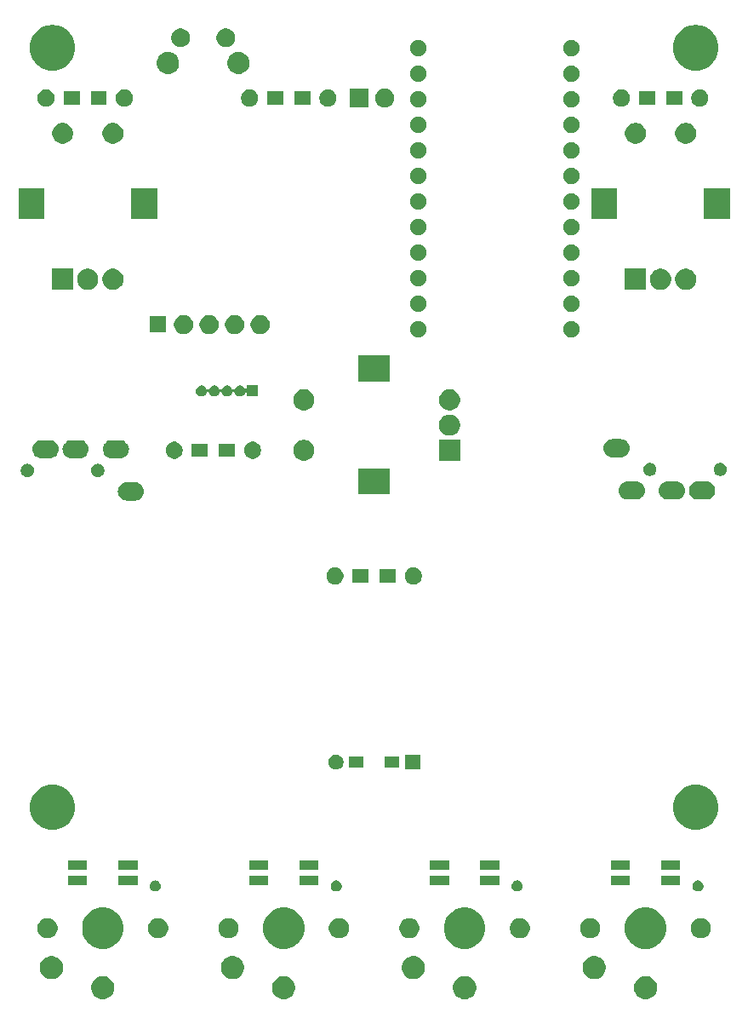
<source format=gbr>
G04 #@! TF.GenerationSoftware,KiCad,Pcbnew,5.1.5+dfsg1-2build2*
G04 #@! TF.CreationDate,2021-03-25T10:03:56+09:00*
G04 #@! TF.ProjectId,pad,7061642e-6b69-4636-9164-5f7063625858,rev?*
G04 #@! TF.SameCoordinates,Original*
G04 #@! TF.FileFunction,Soldermask,Bot*
G04 #@! TF.FilePolarity,Negative*
%FSLAX46Y46*%
G04 Gerber Fmt 4.6, Leading zero omitted, Abs format (unit mm)*
G04 Created by KiCad (PCBNEW 5.1.5+dfsg1-2build2) date 2021-03-25 10:03:56*
%MOMM*%
%LPD*%
G04 APERTURE LIST*
%ADD10C,0.100000*%
G04 APERTURE END LIST*
D10*
G36*
X101724549Y-150771116D02*
G01*
X101835734Y-150793232D01*
X102045203Y-150879997D01*
X102233720Y-151005960D01*
X102394040Y-151166280D01*
X102520003Y-151354797D01*
X102606768Y-151564266D01*
X102651000Y-151786636D01*
X102651000Y-152013364D01*
X102606768Y-152235734D01*
X102520003Y-152445203D01*
X102394040Y-152633720D01*
X102233720Y-152794040D01*
X102045203Y-152920003D01*
X101835734Y-153006768D01*
X101724549Y-153028884D01*
X101613365Y-153051000D01*
X101386635Y-153051000D01*
X101275451Y-153028884D01*
X101164266Y-153006768D01*
X100954797Y-152920003D01*
X100766280Y-152794040D01*
X100605960Y-152633720D01*
X100479997Y-152445203D01*
X100393232Y-152235734D01*
X100349000Y-152013364D01*
X100349000Y-151786636D01*
X100393232Y-151564266D01*
X100479997Y-151354797D01*
X100605960Y-151166280D01*
X100766280Y-151005960D01*
X100954797Y-150879997D01*
X101164266Y-150793232D01*
X101275451Y-150771116D01*
X101386635Y-150749000D01*
X101613365Y-150749000D01*
X101724549Y-150771116D01*
G37*
G36*
X83724549Y-150771116D02*
G01*
X83835734Y-150793232D01*
X84045203Y-150879997D01*
X84233720Y-151005960D01*
X84394040Y-151166280D01*
X84520003Y-151354797D01*
X84606768Y-151564266D01*
X84651000Y-151786636D01*
X84651000Y-152013364D01*
X84606768Y-152235734D01*
X84520003Y-152445203D01*
X84394040Y-152633720D01*
X84233720Y-152794040D01*
X84045203Y-152920003D01*
X83835734Y-153006768D01*
X83724549Y-153028884D01*
X83613365Y-153051000D01*
X83386635Y-153051000D01*
X83275451Y-153028884D01*
X83164266Y-153006768D01*
X82954797Y-152920003D01*
X82766280Y-152794040D01*
X82605960Y-152633720D01*
X82479997Y-152445203D01*
X82393232Y-152235734D01*
X82349000Y-152013364D01*
X82349000Y-151786636D01*
X82393232Y-151564266D01*
X82479997Y-151354797D01*
X82605960Y-151166280D01*
X82766280Y-151005960D01*
X82954797Y-150879997D01*
X83164266Y-150793232D01*
X83275451Y-150771116D01*
X83386635Y-150749000D01*
X83613365Y-150749000D01*
X83724549Y-150771116D01*
G37*
G36*
X137724549Y-150771116D02*
G01*
X137835734Y-150793232D01*
X138045203Y-150879997D01*
X138233720Y-151005960D01*
X138394040Y-151166280D01*
X138520003Y-151354797D01*
X138606768Y-151564266D01*
X138651000Y-151786636D01*
X138651000Y-152013364D01*
X138606768Y-152235734D01*
X138520003Y-152445203D01*
X138394040Y-152633720D01*
X138233720Y-152794040D01*
X138045203Y-152920003D01*
X137835734Y-153006768D01*
X137724549Y-153028884D01*
X137613365Y-153051000D01*
X137386635Y-153051000D01*
X137275451Y-153028884D01*
X137164266Y-153006768D01*
X136954797Y-152920003D01*
X136766280Y-152794040D01*
X136605960Y-152633720D01*
X136479997Y-152445203D01*
X136393232Y-152235734D01*
X136349000Y-152013364D01*
X136349000Y-151786636D01*
X136393232Y-151564266D01*
X136479997Y-151354797D01*
X136605960Y-151166280D01*
X136766280Y-151005960D01*
X136954797Y-150879997D01*
X137164266Y-150793232D01*
X137275451Y-150771116D01*
X137386635Y-150749000D01*
X137613365Y-150749000D01*
X137724549Y-150771116D01*
G37*
G36*
X119724549Y-150771116D02*
G01*
X119835734Y-150793232D01*
X120045203Y-150879997D01*
X120233720Y-151005960D01*
X120394040Y-151166280D01*
X120520003Y-151354797D01*
X120606768Y-151564266D01*
X120651000Y-151786636D01*
X120651000Y-152013364D01*
X120606768Y-152235734D01*
X120520003Y-152445203D01*
X120394040Y-152633720D01*
X120233720Y-152794040D01*
X120045203Y-152920003D01*
X119835734Y-153006768D01*
X119724549Y-153028884D01*
X119613365Y-153051000D01*
X119386635Y-153051000D01*
X119275451Y-153028884D01*
X119164266Y-153006768D01*
X118954797Y-152920003D01*
X118766280Y-152794040D01*
X118605960Y-152633720D01*
X118479997Y-152445203D01*
X118393232Y-152235734D01*
X118349000Y-152013364D01*
X118349000Y-151786636D01*
X118393232Y-151564266D01*
X118479997Y-151354797D01*
X118605960Y-151166280D01*
X118766280Y-151005960D01*
X118954797Y-150879997D01*
X119164266Y-150793232D01*
X119275451Y-150771116D01*
X119386635Y-150749000D01*
X119613365Y-150749000D01*
X119724549Y-150771116D01*
G37*
G36*
X132624549Y-148771116D02*
G01*
X132735734Y-148793232D01*
X132945203Y-148879997D01*
X133133720Y-149005960D01*
X133294040Y-149166280D01*
X133420003Y-149354797D01*
X133506768Y-149564266D01*
X133551000Y-149786636D01*
X133551000Y-150013364D01*
X133506768Y-150235734D01*
X133420003Y-150445203D01*
X133294040Y-150633720D01*
X133133720Y-150794040D01*
X132945203Y-150920003D01*
X132735734Y-151006768D01*
X132624549Y-151028884D01*
X132513365Y-151051000D01*
X132286635Y-151051000D01*
X132175451Y-151028884D01*
X132064266Y-151006768D01*
X131854797Y-150920003D01*
X131666280Y-150794040D01*
X131505960Y-150633720D01*
X131379997Y-150445203D01*
X131293232Y-150235734D01*
X131249000Y-150013364D01*
X131249000Y-149786636D01*
X131293232Y-149564266D01*
X131379997Y-149354797D01*
X131505960Y-149166280D01*
X131666280Y-149005960D01*
X131854797Y-148879997D01*
X132064266Y-148793232D01*
X132175451Y-148771116D01*
X132286635Y-148749000D01*
X132513365Y-148749000D01*
X132624549Y-148771116D01*
G37*
G36*
X114624549Y-148771116D02*
G01*
X114735734Y-148793232D01*
X114945203Y-148879997D01*
X115133720Y-149005960D01*
X115294040Y-149166280D01*
X115420003Y-149354797D01*
X115506768Y-149564266D01*
X115551000Y-149786636D01*
X115551000Y-150013364D01*
X115506768Y-150235734D01*
X115420003Y-150445203D01*
X115294040Y-150633720D01*
X115133720Y-150794040D01*
X114945203Y-150920003D01*
X114735734Y-151006768D01*
X114624549Y-151028884D01*
X114513365Y-151051000D01*
X114286635Y-151051000D01*
X114175451Y-151028884D01*
X114064266Y-151006768D01*
X113854797Y-150920003D01*
X113666280Y-150794040D01*
X113505960Y-150633720D01*
X113379997Y-150445203D01*
X113293232Y-150235734D01*
X113249000Y-150013364D01*
X113249000Y-149786636D01*
X113293232Y-149564266D01*
X113379997Y-149354797D01*
X113505960Y-149166280D01*
X113666280Y-149005960D01*
X113854797Y-148879997D01*
X114064266Y-148793232D01*
X114175451Y-148771116D01*
X114286635Y-148749000D01*
X114513365Y-148749000D01*
X114624549Y-148771116D01*
G37*
G36*
X96624549Y-148771116D02*
G01*
X96735734Y-148793232D01*
X96945203Y-148879997D01*
X97133720Y-149005960D01*
X97294040Y-149166280D01*
X97420003Y-149354797D01*
X97506768Y-149564266D01*
X97551000Y-149786636D01*
X97551000Y-150013364D01*
X97506768Y-150235734D01*
X97420003Y-150445203D01*
X97294040Y-150633720D01*
X97133720Y-150794040D01*
X96945203Y-150920003D01*
X96735734Y-151006768D01*
X96624549Y-151028884D01*
X96513365Y-151051000D01*
X96286635Y-151051000D01*
X96175451Y-151028884D01*
X96064266Y-151006768D01*
X95854797Y-150920003D01*
X95666280Y-150794040D01*
X95505960Y-150633720D01*
X95379997Y-150445203D01*
X95293232Y-150235734D01*
X95249000Y-150013364D01*
X95249000Y-149786636D01*
X95293232Y-149564266D01*
X95379997Y-149354797D01*
X95505960Y-149166280D01*
X95666280Y-149005960D01*
X95854797Y-148879997D01*
X96064266Y-148793232D01*
X96175451Y-148771116D01*
X96286635Y-148749000D01*
X96513365Y-148749000D01*
X96624549Y-148771116D01*
G37*
G36*
X78624549Y-148771116D02*
G01*
X78735734Y-148793232D01*
X78945203Y-148879997D01*
X79133720Y-149005960D01*
X79294040Y-149166280D01*
X79420003Y-149354797D01*
X79506768Y-149564266D01*
X79551000Y-149786636D01*
X79551000Y-150013364D01*
X79506768Y-150235734D01*
X79420003Y-150445203D01*
X79294040Y-150633720D01*
X79133720Y-150794040D01*
X78945203Y-150920003D01*
X78735734Y-151006768D01*
X78624549Y-151028884D01*
X78513365Y-151051000D01*
X78286635Y-151051000D01*
X78175451Y-151028884D01*
X78064266Y-151006768D01*
X77854797Y-150920003D01*
X77666280Y-150794040D01*
X77505960Y-150633720D01*
X77379997Y-150445203D01*
X77293232Y-150235734D01*
X77249000Y-150013364D01*
X77249000Y-149786636D01*
X77293232Y-149564266D01*
X77379997Y-149354797D01*
X77505960Y-149166280D01*
X77666280Y-149005960D01*
X77854797Y-148879997D01*
X78064266Y-148793232D01*
X78175451Y-148771116D01*
X78286635Y-148749000D01*
X78513365Y-148749000D01*
X78624549Y-148771116D01*
G37*
G36*
X102098254Y-144027818D02*
G01*
X102471511Y-144182426D01*
X102471513Y-144182427D01*
X102807436Y-144406884D01*
X103093116Y-144692564D01*
X103317574Y-145028489D01*
X103472182Y-145401746D01*
X103551000Y-145797993D01*
X103551000Y-146202007D01*
X103472182Y-146598254D01*
X103321293Y-146962532D01*
X103317573Y-146971513D01*
X103093116Y-147307436D01*
X102807436Y-147593116D01*
X102471513Y-147817573D01*
X102471512Y-147817574D01*
X102471511Y-147817574D01*
X102098254Y-147972182D01*
X101702007Y-148051000D01*
X101297993Y-148051000D01*
X100901746Y-147972182D01*
X100528489Y-147817574D01*
X100528488Y-147817574D01*
X100528487Y-147817573D01*
X100192564Y-147593116D01*
X99906884Y-147307436D01*
X99682427Y-146971513D01*
X99678707Y-146962532D01*
X99527818Y-146598254D01*
X99449000Y-146202007D01*
X99449000Y-145797993D01*
X99527818Y-145401746D01*
X99682426Y-145028489D01*
X99906884Y-144692564D01*
X100192564Y-144406884D01*
X100528487Y-144182427D01*
X100528489Y-144182426D01*
X100901746Y-144027818D01*
X101297993Y-143949000D01*
X101702007Y-143949000D01*
X102098254Y-144027818D01*
G37*
G36*
X138098254Y-144027818D02*
G01*
X138471511Y-144182426D01*
X138471513Y-144182427D01*
X138807436Y-144406884D01*
X139093116Y-144692564D01*
X139317574Y-145028489D01*
X139472182Y-145401746D01*
X139551000Y-145797993D01*
X139551000Y-146202007D01*
X139472182Y-146598254D01*
X139321293Y-146962532D01*
X139317573Y-146971513D01*
X139093116Y-147307436D01*
X138807436Y-147593116D01*
X138471513Y-147817573D01*
X138471512Y-147817574D01*
X138471511Y-147817574D01*
X138098254Y-147972182D01*
X137702007Y-148051000D01*
X137297993Y-148051000D01*
X136901746Y-147972182D01*
X136528489Y-147817574D01*
X136528488Y-147817574D01*
X136528487Y-147817573D01*
X136192564Y-147593116D01*
X135906884Y-147307436D01*
X135682427Y-146971513D01*
X135678707Y-146962532D01*
X135527818Y-146598254D01*
X135449000Y-146202007D01*
X135449000Y-145797993D01*
X135527818Y-145401746D01*
X135682426Y-145028489D01*
X135906884Y-144692564D01*
X136192564Y-144406884D01*
X136528487Y-144182427D01*
X136528489Y-144182426D01*
X136901746Y-144027818D01*
X137297993Y-143949000D01*
X137702007Y-143949000D01*
X138098254Y-144027818D01*
G37*
G36*
X120098254Y-144027818D02*
G01*
X120471511Y-144182426D01*
X120471513Y-144182427D01*
X120807436Y-144406884D01*
X121093116Y-144692564D01*
X121317574Y-145028489D01*
X121472182Y-145401746D01*
X121551000Y-145797993D01*
X121551000Y-146202007D01*
X121472182Y-146598254D01*
X121321293Y-146962532D01*
X121317573Y-146971513D01*
X121093116Y-147307436D01*
X120807436Y-147593116D01*
X120471513Y-147817573D01*
X120471512Y-147817574D01*
X120471511Y-147817574D01*
X120098254Y-147972182D01*
X119702007Y-148051000D01*
X119297993Y-148051000D01*
X118901746Y-147972182D01*
X118528489Y-147817574D01*
X118528488Y-147817574D01*
X118528487Y-147817573D01*
X118192564Y-147593116D01*
X117906884Y-147307436D01*
X117682427Y-146971513D01*
X117678707Y-146962532D01*
X117527818Y-146598254D01*
X117449000Y-146202007D01*
X117449000Y-145797993D01*
X117527818Y-145401746D01*
X117682426Y-145028489D01*
X117906884Y-144692564D01*
X118192564Y-144406884D01*
X118528487Y-144182427D01*
X118528489Y-144182426D01*
X118901746Y-144027818D01*
X119297993Y-143949000D01*
X119702007Y-143949000D01*
X120098254Y-144027818D01*
G37*
G36*
X84098254Y-144027818D02*
G01*
X84471511Y-144182426D01*
X84471513Y-144182427D01*
X84807436Y-144406884D01*
X85093116Y-144692564D01*
X85317574Y-145028489D01*
X85472182Y-145401746D01*
X85551000Y-145797993D01*
X85551000Y-146202007D01*
X85472182Y-146598254D01*
X85321293Y-146962532D01*
X85317573Y-146971513D01*
X85093116Y-147307436D01*
X84807436Y-147593116D01*
X84471513Y-147817573D01*
X84471512Y-147817574D01*
X84471511Y-147817574D01*
X84098254Y-147972182D01*
X83702007Y-148051000D01*
X83297993Y-148051000D01*
X82901746Y-147972182D01*
X82528489Y-147817574D01*
X82528488Y-147817574D01*
X82528487Y-147817573D01*
X82192564Y-147593116D01*
X81906884Y-147307436D01*
X81682427Y-146971513D01*
X81678707Y-146962532D01*
X81527818Y-146598254D01*
X81449000Y-146202007D01*
X81449000Y-145797993D01*
X81527818Y-145401746D01*
X81682426Y-145028489D01*
X81906884Y-144692564D01*
X82192564Y-144406884D01*
X82528487Y-144182427D01*
X82528489Y-144182426D01*
X82901746Y-144027818D01*
X83297993Y-143949000D01*
X83702007Y-143949000D01*
X84098254Y-144027818D01*
G37*
G36*
X143291981Y-145037468D02*
G01*
X143474151Y-145112926D01*
X143638100Y-145222473D01*
X143777527Y-145361900D01*
X143887074Y-145525849D01*
X143962532Y-145708019D01*
X144001000Y-145901410D01*
X144001000Y-146098590D01*
X143962532Y-146291981D01*
X143887074Y-146474151D01*
X143777527Y-146638100D01*
X143638100Y-146777527D01*
X143474151Y-146887074D01*
X143291981Y-146962532D01*
X143098591Y-147001000D01*
X142901409Y-147001000D01*
X142708019Y-146962532D01*
X142525849Y-146887074D01*
X142361900Y-146777527D01*
X142222473Y-146638100D01*
X142112926Y-146474151D01*
X142037468Y-146291981D01*
X141999000Y-146098590D01*
X141999000Y-145901410D01*
X142037468Y-145708019D01*
X142112926Y-145525849D01*
X142222473Y-145361900D01*
X142361900Y-145222473D01*
X142525849Y-145112926D01*
X142708019Y-145037468D01*
X142901409Y-144999000D01*
X143098591Y-144999000D01*
X143291981Y-145037468D01*
G37*
G36*
X125291981Y-145037468D02*
G01*
X125474151Y-145112926D01*
X125638100Y-145222473D01*
X125777527Y-145361900D01*
X125887074Y-145525849D01*
X125962532Y-145708019D01*
X126001000Y-145901410D01*
X126001000Y-146098590D01*
X125962532Y-146291981D01*
X125887074Y-146474151D01*
X125777527Y-146638100D01*
X125638100Y-146777527D01*
X125474151Y-146887074D01*
X125291981Y-146962532D01*
X125098591Y-147001000D01*
X124901409Y-147001000D01*
X124708019Y-146962532D01*
X124525849Y-146887074D01*
X124361900Y-146777527D01*
X124222473Y-146638100D01*
X124112926Y-146474151D01*
X124037468Y-146291981D01*
X123999000Y-146098590D01*
X123999000Y-145901410D01*
X124037468Y-145708019D01*
X124112926Y-145525849D01*
X124222473Y-145361900D01*
X124361900Y-145222473D01*
X124525849Y-145112926D01*
X124708019Y-145037468D01*
X124901409Y-144999000D01*
X125098591Y-144999000D01*
X125291981Y-145037468D01*
G37*
G36*
X132291981Y-145037468D02*
G01*
X132474151Y-145112926D01*
X132638100Y-145222473D01*
X132777527Y-145361900D01*
X132887074Y-145525849D01*
X132962532Y-145708019D01*
X133001000Y-145901410D01*
X133001000Y-146098590D01*
X132962532Y-146291981D01*
X132887074Y-146474151D01*
X132777527Y-146638100D01*
X132638100Y-146777527D01*
X132474151Y-146887074D01*
X132291981Y-146962532D01*
X132098591Y-147001000D01*
X131901409Y-147001000D01*
X131708019Y-146962532D01*
X131525849Y-146887074D01*
X131361900Y-146777527D01*
X131222473Y-146638100D01*
X131112926Y-146474151D01*
X131037468Y-146291981D01*
X130999000Y-146098590D01*
X130999000Y-145901410D01*
X131037468Y-145708019D01*
X131112926Y-145525849D01*
X131222473Y-145361900D01*
X131361900Y-145222473D01*
X131525849Y-145112926D01*
X131708019Y-145037468D01*
X131901409Y-144999000D01*
X132098591Y-144999000D01*
X132291981Y-145037468D01*
G37*
G36*
X89291981Y-145037468D02*
G01*
X89474151Y-145112926D01*
X89638100Y-145222473D01*
X89777527Y-145361900D01*
X89887074Y-145525849D01*
X89962532Y-145708019D01*
X90001000Y-145901410D01*
X90001000Y-146098590D01*
X89962532Y-146291981D01*
X89887074Y-146474151D01*
X89777527Y-146638100D01*
X89638100Y-146777527D01*
X89474151Y-146887074D01*
X89291981Y-146962532D01*
X89098591Y-147001000D01*
X88901409Y-147001000D01*
X88708019Y-146962532D01*
X88525849Y-146887074D01*
X88361900Y-146777527D01*
X88222473Y-146638100D01*
X88112926Y-146474151D01*
X88037468Y-146291981D01*
X87999000Y-146098590D01*
X87999000Y-145901410D01*
X88037468Y-145708019D01*
X88112926Y-145525849D01*
X88222473Y-145361900D01*
X88361900Y-145222473D01*
X88525849Y-145112926D01*
X88708019Y-145037468D01*
X88901409Y-144999000D01*
X89098591Y-144999000D01*
X89291981Y-145037468D01*
G37*
G36*
X78291981Y-145037468D02*
G01*
X78474151Y-145112926D01*
X78638100Y-145222473D01*
X78777527Y-145361900D01*
X78887074Y-145525849D01*
X78962532Y-145708019D01*
X79001000Y-145901410D01*
X79001000Y-146098590D01*
X78962532Y-146291981D01*
X78887074Y-146474151D01*
X78777527Y-146638100D01*
X78638100Y-146777527D01*
X78474151Y-146887074D01*
X78291981Y-146962532D01*
X78098591Y-147001000D01*
X77901409Y-147001000D01*
X77708019Y-146962532D01*
X77525849Y-146887074D01*
X77361900Y-146777527D01*
X77222473Y-146638100D01*
X77112926Y-146474151D01*
X77037468Y-146291981D01*
X76999000Y-146098590D01*
X76999000Y-145901410D01*
X77037468Y-145708019D01*
X77112926Y-145525849D01*
X77222473Y-145361900D01*
X77361900Y-145222473D01*
X77525849Y-145112926D01*
X77708019Y-145037468D01*
X77901409Y-144999000D01*
X78098591Y-144999000D01*
X78291981Y-145037468D01*
G37*
G36*
X107291981Y-145037468D02*
G01*
X107474151Y-145112926D01*
X107638100Y-145222473D01*
X107777527Y-145361900D01*
X107887074Y-145525849D01*
X107962532Y-145708019D01*
X108001000Y-145901410D01*
X108001000Y-146098590D01*
X107962532Y-146291981D01*
X107887074Y-146474151D01*
X107777527Y-146638100D01*
X107638100Y-146777527D01*
X107474151Y-146887074D01*
X107291981Y-146962532D01*
X107098591Y-147001000D01*
X106901409Y-147001000D01*
X106708019Y-146962532D01*
X106525849Y-146887074D01*
X106361900Y-146777527D01*
X106222473Y-146638100D01*
X106112926Y-146474151D01*
X106037468Y-146291981D01*
X105999000Y-146098590D01*
X105999000Y-145901410D01*
X106037468Y-145708019D01*
X106112926Y-145525849D01*
X106222473Y-145361900D01*
X106361900Y-145222473D01*
X106525849Y-145112926D01*
X106708019Y-145037468D01*
X106901409Y-144999000D01*
X107098591Y-144999000D01*
X107291981Y-145037468D01*
G37*
G36*
X96291981Y-145037468D02*
G01*
X96474151Y-145112926D01*
X96638100Y-145222473D01*
X96777527Y-145361900D01*
X96887074Y-145525849D01*
X96962532Y-145708019D01*
X97001000Y-145901410D01*
X97001000Y-146098590D01*
X96962532Y-146291981D01*
X96887074Y-146474151D01*
X96777527Y-146638100D01*
X96638100Y-146777527D01*
X96474151Y-146887074D01*
X96291981Y-146962532D01*
X96098591Y-147001000D01*
X95901409Y-147001000D01*
X95708019Y-146962532D01*
X95525849Y-146887074D01*
X95361900Y-146777527D01*
X95222473Y-146638100D01*
X95112926Y-146474151D01*
X95037468Y-146291981D01*
X94999000Y-146098590D01*
X94999000Y-145901410D01*
X95037468Y-145708019D01*
X95112926Y-145525849D01*
X95222473Y-145361900D01*
X95361900Y-145222473D01*
X95525849Y-145112926D01*
X95708019Y-145037468D01*
X95901409Y-144999000D01*
X96098591Y-144999000D01*
X96291981Y-145037468D01*
G37*
G36*
X114291981Y-145037468D02*
G01*
X114474151Y-145112926D01*
X114638100Y-145222473D01*
X114777527Y-145361900D01*
X114887074Y-145525849D01*
X114962532Y-145708019D01*
X115001000Y-145901410D01*
X115001000Y-146098590D01*
X114962532Y-146291981D01*
X114887074Y-146474151D01*
X114777527Y-146638100D01*
X114638100Y-146777527D01*
X114474151Y-146887074D01*
X114291981Y-146962532D01*
X114098591Y-147001000D01*
X113901409Y-147001000D01*
X113708019Y-146962532D01*
X113525849Y-146887074D01*
X113361900Y-146777527D01*
X113222473Y-146638100D01*
X113112926Y-146474151D01*
X113037468Y-146291981D01*
X112999000Y-146098590D01*
X112999000Y-145901410D01*
X113037468Y-145708019D01*
X113112926Y-145525849D01*
X113222473Y-145361900D01*
X113361900Y-145222473D01*
X113525849Y-145112926D01*
X113708019Y-145037468D01*
X113901409Y-144999000D01*
X114098591Y-144999000D01*
X114291981Y-145037468D01*
G37*
G36*
X106880721Y-141270174D02*
G01*
X106980995Y-141311709D01*
X106980996Y-141311710D01*
X107071242Y-141372010D01*
X107147990Y-141448758D01*
X107147991Y-141448760D01*
X107208291Y-141539005D01*
X107249826Y-141639279D01*
X107271000Y-141745730D01*
X107271000Y-141854270D01*
X107249826Y-141960721D01*
X107208291Y-142060995D01*
X107208290Y-142060996D01*
X107147990Y-142151242D01*
X107071242Y-142227990D01*
X107025812Y-142258345D01*
X106980995Y-142288291D01*
X106880721Y-142329826D01*
X106774270Y-142351000D01*
X106665730Y-142351000D01*
X106559279Y-142329826D01*
X106459005Y-142288291D01*
X106414188Y-142258345D01*
X106368758Y-142227990D01*
X106292010Y-142151242D01*
X106231710Y-142060996D01*
X106231709Y-142060995D01*
X106190174Y-141960721D01*
X106169000Y-141854270D01*
X106169000Y-141745730D01*
X106190174Y-141639279D01*
X106231709Y-141539005D01*
X106292009Y-141448760D01*
X106292010Y-141448758D01*
X106368758Y-141372010D01*
X106459004Y-141311710D01*
X106459005Y-141311709D01*
X106559279Y-141270174D01*
X106665730Y-141249000D01*
X106774270Y-141249000D01*
X106880721Y-141270174D01*
G37*
G36*
X124880721Y-141270174D02*
G01*
X124980995Y-141311709D01*
X124980996Y-141311710D01*
X125071242Y-141372010D01*
X125147990Y-141448758D01*
X125147991Y-141448760D01*
X125208291Y-141539005D01*
X125249826Y-141639279D01*
X125271000Y-141745730D01*
X125271000Y-141854270D01*
X125249826Y-141960721D01*
X125208291Y-142060995D01*
X125208290Y-142060996D01*
X125147990Y-142151242D01*
X125071242Y-142227990D01*
X125025812Y-142258345D01*
X124980995Y-142288291D01*
X124880721Y-142329826D01*
X124774270Y-142351000D01*
X124665730Y-142351000D01*
X124559279Y-142329826D01*
X124459005Y-142288291D01*
X124414188Y-142258345D01*
X124368758Y-142227990D01*
X124292010Y-142151242D01*
X124231710Y-142060996D01*
X124231709Y-142060995D01*
X124190174Y-141960721D01*
X124169000Y-141854270D01*
X124169000Y-141745730D01*
X124190174Y-141639279D01*
X124231709Y-141539005D01*
X124292009Y-141448760D01*
X124292010Y-141448758D01*
X124368758Y-141372010D01*
X124459004Y-141311710D01*
X124459005Y-141311709D01*
X124559279Y-141270174D01*
X124665730Y-141249000D01*
X124774270Y-141249000D01*
X124880721Y-141270174D01*
G37*
G36*
X142880721Y-141270174D02*
G01*
X142980995Y-141311709D01*
X142980996Y-141311710D01*
X143071242Y-141372010D01*
X143147990Y-141448758D01*
X143147991Y-141448760D01*
X143208291Y-141539005D01*
X143249826Y-141639279D01*
X143271000Y-141745730D01*
X143271000Y-141854270D01*
X143249826Y-141960721D01*
X143208291Y-142060995D01*
X143208290Y-142060996D01*
X143147990Y-142151242D01*
X143071242Y-142227990D01*
X143025812Y-142258345D01*
X142980995Y-142288291D01*
X142880721Y-142329826D01*
X142774270Y-142351000D01*
X142665730Y-142351000D01*
X142559279Y-142329826D01*
X142459005Y-142288291D01*
X142414188Y-142258345D01*
X142368758Y-142227990D01*
X142292010Y-142151242D01*
X142231710Y-142060996D01*
X142231709Y-142060995D01*
X142190174Y-141960721D01*
X142169000Y-141854270D01*
X142169000Y-141745730D01*
X142190174Y-141639279D01*
X142231709Y-141539005D01*
X142292009Y-141448760D01*
X142292010Y-141448758D01*
X142368758Y-141372010D01*
X142459004Y-141311710D01*
X142459005Y-141311709D01*
X142559279Y-141270174D01*
X142665730Y-141249000D01*
X142774270Y-141249000D01*
X142880721Y-141270174D01*
G37*
G36*
X88880721Y-141270174D02*
G01*
X88980995Y-141311709D01*
X88980996Y-141311710D01*
X89071242Y-141372010D01*
X89147990Y-141448758D01*
X89147991Y-141448760D01*
X89208291Y-141539005D01*
X89249826Y-141639279D01*
X89271000Y-141745730D01*
X89271000Y-141854270D01*
X89249826Y-141960721D01*
X89208291Y-142060995D01*
X89208290Y-142060996D01*
X89147990Y-142151242D01*
X89071242Y-142227990D01*
X89025812Y-142258345D01*
X88980995Y-142288291D01*
X88880721Y-142329826D01*
X88774270Y-142351000D01*
X88665730Y-142351000D01*
X88559279Y-142329826D01*
X88459005Y-142288291D01*
X88414188Y-142258345D01*
X88368758Y-142227990D01*
X88292010Y-142151242D01*
X88231710Y-142060996D01*
X88231709Y-142060995D01*
X88190174Y-141960721D01*
X88169000Y-141854270D01*
X88169000Y-141745730D01*
X88190174Y-141639279D01*
X88231709Y-141539005D01*
X88292009Y-141448760D01*
X88292010Y-141448758D01*
X88368758Y-141372010D01*
X88459004Y-141311710D01*
X88459005Y-141311709D01*
X88559279Y-141270174D01*
X88665730Y-141249000D01*
X88774270Y-141249000D01*
X88880721Y-141270174D01*
G37*
G36*
X117951000Y-141711000D02*
G01*
X116049000Y-141711000D01*
X116049000Y-140789000D01*
X117951000Y-140789000D01*
X117951000Y-141711000D01*
G37*
G36*
X81951000Y-141711000D02*
G01*
X80049000Y-141711000D01*
X80049000Y-140789000D01*
X81951000Y-140789000D01*
X81951000Y-141711000D01*
G37*
G36*
X86951000Y-141711000D02*
G01*
X85049000Y-141711000D01*
X85049000Y-140789000D01*
X86951000Y-140789000D01*
X86951000Y-141711000D01*
G37*
G36*
X99951000Y-141711000D02*
G01*
X98049000Y-141711000D01*
X98049000Y-140789000D01*
X99951000Y-140789000D01*
X99951000Y-141711000D01*
G37*
G36*
X104951000Y-141711000D02*
G01*
X103049000Y-141711000D01*
X103049000Y-140789000D01*
X104951000Y-140789000D01*
X104951000Y-141711000D01*
G37*
G36*
X122951000Y-141711000D02*
G01*
X121049000Y-141711000D01*
X121049000Y-140789000D01*
X122951000Y-140789000D01*
X122951000Y-141711000D01*
G37*
G36*
X140951000Y-141711000D02*
G01*
X139049000Y-141711000D01*
X139049000Y-140789000D01*
X140951000Y-140789000D01*
X140951000Y-141711000D01*
G37*
G36*
X135951000Y-141711000D02*
G01*
X134049000Y-141711000D01*
X134049000Y-140789000D01*
X135951000Y-140789000D01*
X135951000Y-141711000D01*
G37*
G36*
X122951000Y-140211000D02*
G01*
X121049000Y-140211000D01*
X121049000Y-139289000D01*
X122951000Y-139289000D01*
X122951000Y-140211000D01*
G37*
G36*
X140951000Y-140211000D02*
G01*
X139049000Y-140211000D01*
X139049000Y-139289000D01*
X140951000Y-139289000D01*
X140951000Y-140211000D01*
G37*
G36*
X117951000Y-140211000D02*
G01*
X116049000Y-140211000D01*
X116049000Y-139289000D01*
X117951000Y-139289000D01*
X117951000Y-140211000D01*
G37*
G36*
X104951000Y-140211000D02*
G01*
X103049000Y-140211000D01*
X103049000Y-139289000D01*
X104951000Y-139289000D01*
X104951000Y-140211000D01*
G37*
G36*
X99951000Y-140211000D02*
G01*
X98049000Y-140211000D01*
X98049000Y-139289000D01*
X99951000Y-139289000D01*
X99951000Y-140211000D01*
G37*
G36*
X135951000Y-140211000D02*
G01*
X134049000Y-140211000D01*
X134049000Y-139289000D01*
X135951000Y-139289000D01*
X135951000Y-140211000D01*
G37*
G36*
X86951000Y-140211000D02*
G01*
X85049000Y-140211000D01*
X85049000Y-139289000D01*
X86951000Y-139289000D01*
X86951000Y-140211000D01*
G37*
G36*
X81951000Y-140211000D02*
G01*
X80049000Y-140211000D01*
X80049000Y-139289000D01*
X81951000Y-139289000D01*
X81951000Y-140211000D01*
G37*
G36*
X142775880Y-131759776D02*
G01*
X143156593Y-131835504D01*
X143566249Y-132005189D01*
X143934929Y-132251534D01*
X144248466Y-132565071D01*
X144494811Y-132933751D01*
X144664496Y-133343407D01*
X144751000Y-133778296D01*
X144751000Y-134221704D01*
X144664496Y-134656593D01*
X144494811Y-135066249D01*
X144248466Y-135434929D01*
X143934929Y-135748466D01*
X143566249Y-135994811D01*
X143156593Y-136164496D01*
X142775880Y-136240224D01*
X142721705Y-136251000D01*
X142278295Y-136251000D01*
X142224120Y-136240224D01*
X141843407Y-136164496D01*
X141433751Y-135994811D01*
X141065071Y-135748466D01*
X140751534Y-135434929D01*
X140505189Y-135066249D01*
X140335504Y-134656593D01*
X140249000Y-134221704D01*
X140249000Y-133778296D01*
X140335504Y-133343407D01*
X140505189Y-132933751D01*
X140751534Y-132565071D01*
X141065071Y-132251534D01*
X141433751Y-132005189D01*
X141843407Y-131835504D01*
X142224120Y-131759776D01*
X142278295Y-131749000D01*
X142721705Y-131749000D01*
X142775880Y-131759776D01*
G37*
G36*
X78775880Y-131759776D02*
G01*
X79156593Y-131835504D01*
X79566249Y-132005189D01*
X79934929Y-132251534D01*
X80248466Y-132565071D01*
X80494811Y-132933751D01*
X80664496Y-133343407D01*
X80751000Y-133778296D01*
X80751000Y-134221704D01*
X80664496Y-134656593D01*
X80494811Y-135066249D01*
X80248466Y-135434929D01*
X79934929Y-135748466D01*
X79566249Y-135994811D01*
X79156593Y-136164496D01*
X78775880Y-136240224D01*
X78721705Y-136251000D01*
X78278295Y-136251000D01*
X78224120Y-136240224D01*
X77843407Y-136164496D01*
X77433751Y-135994811D01*
X77065071Y-135748466D01*
X76751534Y-135434929D01*
X76505189Y-135066249D01*
X76335504Y-134656593D01*
X76249000Y-134221704D01*
X76249000Y-133778296D01*
X76335504Y-133343407D01*
X76505189Y-132933751D01*
X76751534Y-132565071D01*
X77065071Y-132251534D01*
X77433751Y-132005189D01*
X77843407Y-131835504D01*
X78224120Y-131759776D01*
X78278295Y-131749000D01*
X78721705Y-131749000D01*
X78775880Y-131759776D01*
G37*
G36*
X115059500Y-130249500D02*
G01*
X113560500Y-130249500D01*
X113560500Y-128750500D01*
X115059500Y-128750500D01*
X115059500Y-130249500D01*
G37*
G36*
X106784425Y-128754599D02*
G01*
X106908621Y-128779302D01*
X107045022Y-128835801D01*
X107167779Y-128917825D01*
X107272175Y-129022221D01*
X107354199Y-129144978D01*
X107410698Y-129281379D01*
X107439500Y-129426181D01*
X107439500Y-129573819D01*
X107410698Y-129718621D01*
X107354199Y-129855022D01*
X107272175Y-129977779D01*
X107167779Y-130082175D01*
X107045022Y-130164199D01*
X106908621Y-130220698D01*
X106784425Y-130245401D01*
X106763820Y-130249500D01*
X106616180Y-130249500D01*
X106595575Y-130245401D01*
X106471379Y-130220698D01*
X106334978Y-130164199D01*
X106212221Y-130082175D01*
X106107825Y-129977779D01*
X106025801Y-129855022D01*
X105969302Y-129718621D01*
X105940500Y-129573819D01*
X105940500Y-129426181D01*
X105969302Y-129281379D01*
X106025801Y-129144978D01*
X106107825Y-129022221D01*
X106212221Y-128917825D01*
X106334978Y-128835801D01*
X106471379Y-128779302D01*
X106595575Y-128754599D01*
X106616180Y-128750500D01*
X106763820Y-128750500D01*
X106784425Y-128754599D01*
G37*
G36*
X109426000Y-130026000D02*
G01*
X108024000Y-130026000D01*
X108024000Y-128974000D01*
X109426000Y-128974000D01*
X109426000Y-130026000D01*
G37*
G36*
X112976000Y-130026000D02*
G01*
X111574000Y-130026000D01*
X111574000Y-128974000D01*
X112976000Y-128974000D01*
X112976000Y-130026000D01*
G37*
G36*
X106848228Y-110181703D02*
G01*
X107003100Y-110245853D01*
X107142481Y-110338985D01*
X107261015Y-110457519D01*
X107354147Y-110596900D01*
X107418297Y-110751772D01*
X107451000Y-110916184D01*
X107451000Y-111083816D01*
X107418297Y-111248228D01*
X107354147Y-111403100D01*
X107261015Y-111542481D01*
X107142481Y-111661015D01*
X107003100Y-111754147D01*
X106848228Y-111818297D01*
X106683816Y-111851000D01*
X106516184Y-111851000D01*
X106351772Y-111818297D01*
X106196900Y-111754147D01*
X106057519Y-111661015D01*
X105938985Y-111542481D01*
X105845853Y-111403100D01*
X105781703Y-111248228D01*
X105749000Y-111083816D01*
X105749000Y-110916184D01*
X105781703Y-110751772D01*
X105845853Y-110596900D01*
X105938985Y-110457519D01*
X106057519Y-110338985D01*
X106196900Y-110245853D01*
X106351772Y-110181703D01*
X106516184Y-110149000D01*
X106683816Y-110149000D01*
X106848228Y-110181703D01*
G37*
G36*
X114648228Y-110181703D02*
G01*
X114803100Y-110245853D01*
X114942481Y-110338985D01*
X115061015Y-110457519D01*
X115154147Y-110596900D01*
X115218297Y-110751772D01*
X115251000Y-110916184D01*
X115251000Y-111083816D01*
X115218297Y-111248228D01*
X115154147Y-111403100D01*
X115061015Y-111542481D01*
X114942481Y-111661015D01*
X114803100Y-111754147D01*
X114648228Y-111818297D01*
X114483816Y-111851000D01*
X114316184Y-111851000D01*
X114151772Y-111818297D01*
X113996900Y-111754147D01*
X113857519Y-111661015D01*
X113738985Y-111542481D01*
X113645853Y-111403100D01*
X113581703Y-111248228D01*
X113549000Y-111083816D01*
X113549000Y-110916184D01*
X113581703Y-110751772D01*
X113645853Y-110596900D01*
X113738985Y-110457519D01*
X113857519Y-110338985D01*
X113996900Y-110245853D01*
X114151772Y-110181703D01*
X114316184Y-110149000D01*
X114483816Y-110149000D01*
X114648228Y-110181703D01*
G37*
G36*
X109951000Y-111651000D02*
G01*
X108349000Y-111651000D01*
X108349000Y-110349000D01*
X109951000Y-110349000D01*
X109951000Y-111651000D01*
G37*
G36*
X112651000Y-111651000D02*
G01*
X111049000Y-111651000D01*
X111049000Y-110349000D01*
X112651000Y-110349000D01*
X112651000Y-111651000D01*
G37*
G36*
X86810442Y-101705518D02*
G01*
X86876627Y-101712037D01*
X87046466Y-101763557D01*
X87202991Y-101847222D01*
X87238729Y-101876552D01*
X87340186Y-101959814D01*
X87423448Y-102061271D01*
X87452778Y-102097009D01*
X87536443Y-102253534D01*
X87587963Y-102423373D01*
X87605359Y-102600000D01*
X87587963Y-102776627D01*
X87536443Y-102946466D01*
X87452778Y-103102991D01*
X87423448Y-103138729D01*
X87340186Y-103240186D01*
X87238729Y-103323448D01*
X87202991Y-103352778D01*
X87046466Y-103436443D01*
X86876627Y-103487963D01*
X86810443Y-103494481D01*
X86744260Y-103501000D01*
X85855740Y-103501000D01*
X85789557Y-103494481D01*
X85723373Y-103487963D01*
X85553534Y-103436443D01*
X85397009Y-103352778D01*
X85361271Y-103323448D01*
X85259814Y-103240186D01*
X85176552Y-103138729D01*
X85147222Y-103102991D01*
X85063557Y-102946466D01*
X85012037Y-102776627D01*
X84994641Y-102600000D01*
X85012037Y-102423373D01*
X85063557Y-102253534D01*
X85147222Y-102097009D01*
X85176552Y-102061271D01*
X85259814Y-101959814D01*
X85361271Y-101876552D01*
X85397009Y-101847222D01*
X85553534Y-101763557D01*
X85723373Y-101712037D01*
X85789558Y-101705518D01*
X85855740Y-101699000D01*
X86744260Y-101699000D01*
X86810442Y-101705518D01*
G37*
G36*
X136641443Y-101605519D02*
G01*
X136707627Y-101612037D01*
X136877466Y-101663557D01*
X137033991Y-101747222D01*
X137053895Y-101763557D01*
X137171186Y-101859814D01*
X137253253Y-101959814D01*
X137283778Y-101997009D01*
X137367443Y-102153534D01*
X137418963Y-102323373D01*
X137436359Y-102500000D01*
X137418963Y-102676627D01*
X137367443Y-102846466D01*
X137283778Y-103002991D01*
X137254448Y-103038729D01*
X137171186Y-103140186D01*
X137069729Y-103223448D01*
X137033991Y-103252778D01*
X136877466Y-103336443D01*
X136707627Y-103387963D01*
X136641442Y-103394482D01*
X136575260Y-103401000D01*
X135686740Y-103401000D01*
X135620558Y-103394482D01*
X135554373Y-103387963D01*
X135384534Y-103336443D01*
X135228009Y-103252778D01*
X135192271Y-103223448D01*
X135090814Y-103140186D01*
X135007552Y-103038729D01*
X134978222Y-103002991D01*
X134894557Y-102846466D01*
X134843037Y-102676627D01*
X134825641Y-102500000D01*
X134843037Y-102323373D01*
X134894557Y-102153534D01*
X134978222Y-101997009D01*
X135008747Y-101959814D01*
X135090814Y-101859814D01*
X135208105Y-101763557D01*
X135228009Y-101747222D01*
X135384534Y-101663557D01*
X135554373Y-101612037D01*
X135620557Y-101605519D01*
X135686740Y-101599000D01*
X136575260Y-101599000D01*
X136641443Y-101605519D01*
G37*
G36*
X140641443Y-101605519D02*
G01*
X140707627Y-101612037D01*
X140877466Y-101663557D01*
X141033991Y-101747222D01*
X141053895Y-101763557D01*
X141171186Y-101859814D01*
X141253253Y-101959814D01*
X141283778Y-101997009D01*
X141367443Y-102153534D01*
X141418963Y-102323373D01*
X141436359Y-102500000D01*
X141418963Y-102676627D01*
X141367443Y-102846466D01*
X141283778Y-103002991D01*
X141254448Y-103038729D01*
X141171186Y-103140186D01*
X141069729Y-103223448D01*
X141033991Y-103252778D01*
X140877466Y-103336443D01*
X140707627Y-103387963D01*
X140641442Y-103394482D01*
X140575260Y-103401000D01*
X139686740Y-103401000D01*
X139620558Y-103394482D01*
X139554373Y-103387963D01*
X139384534Y-103336443D01*
X139228009Y-103252778D01*
X139192271Y-103223448D01*
X139090814Y-103140186D01*
X139007552Y-103038729D01*
X138978222Y-103002991D01*
X138894557Y-102846466D01*
X138843037Y-102676627D01*
X138825641Y-102500000D01*
X138843037Y-102323373D01*
X138894557Y-102153534D01*
X138978222Y-101997009D01*
X139008747Y-101959814D01*
X139090814Y-101859814D01*
X139208105Y-101763557D01*
X139228009Y-101747222D01*
X139384534Y-101663557D01*
X139554373Y-101612037D01*
X139620557Y-101605519D01*
X139686740Y-101599000D01*
X140575260Y-101599000D01*
X140641443Y-101605519D01*
G37*
G36*
X143641443Y-101605519D02*
G01*
X143707627Y-101612037D01*
X143877466Y-101663557D01*
X144033991Y-101747222D01*
X144053895Y-101763557D01*
X144171186Y-101859814D01*
X144253253Y-101959814D01*
X144283778Y-101997009D01*
X144367443Y-102153534D01*
X144418963Y-102323373D01*
X144436359Y-102500000D01*
X144418963Y-102676627D01*
X144367443Y-102846466D01*
X144283778Y-103002991D01*
X144254448Y-103038729D01*
X144171186Y-103140186D01*
X144069729Y-103223448D01*
X144033991Y-103252778D01*
X143877466Y-103336443D01*
X143707627Y-103387963D01*
X143641442Y-103394482D01*
X143575260Y-103401000D01*
X142686740Y-103401000D01*
X142620558Y-103394482D01*
X142554373Y-103387963D01*
X142384534Y-103336443D01*
X142228009Y-103252778D01*
X142192271Y-103223448D01*
X142090814Y-103140186D01*
X142007552Y-103038729D01*
X141978222Y-103002991D01*
X141894557Y-102846466D01*
X141843037Y-102676627D01*
X141825641Y-102500000D01*
X141843037Y-102323373D01*
X141894557Y-102153534D01*
X141978222Y-101997009D01*
X142008747Y-101959814D01*
X142090814Y-101859814D01*
X142208105Y-101763557D01*
X142228009Y-101747222D01*
X142384534Y-101663557D01*
X142554373Y-101612037D01*
X142620557Y-101605519D01*
X142686740Y-101599000D01*
X143575260Y-101599000D01*
X143641443Y-101605519D01*
G37*
G36*
X112051000Y-102901000D02*
G01*
X108949000Y-102901000D01*
X108949000Y-100299000D01*
X112051000Y-100299000D01*
X112051000Y-102901000D01*
G37*
G36*
X83189890Y-99874017D02*
G01*
X83308364Y-99923091D01*
X83414988Y-99994335D01*
X83505665Y-100085012D01*
X83576909Y-100191636D01*
X83625983Y-100310110D01*
X83651000Y-100435882D01*
X83651000Y-100564118D01*
X83625983Y-100689890D01*
X83576909Y-100808364D01*
X83505665Y-100914988D01*
X83414988Y-101005665D01*
X83308364Y-101076909D01*
X83308363Y-101076910D01*
X83308362Y-101076910D01*
X83189890Y-101125983D01*
X83064119Y-101151000D01*
X82935881Y-101151000D01*
X82810110Y-101125983D01*
X82691638Y-101076910D01*
X82691637Y-101076910D01*
X82691636Y-101076909D01*
X82585012Y-101005665D01*
X82494335Y-100914988D01*
X82423091Y-100808364D01*
X82374017Y-100689890D01*
X82349000Y-100564118D01*
X82349000Y-100435882D01*
X82374017Y-100310110D01*
X82423091Y-100191636D01*
X82494335Y-100085012D01*
X82585012Y-99994335D01*
X82691636Y-99923091D01*
X82810110Y-99874017D01*
X82935881Y-99849000D01*
X83064119Y-99849000D01*
X83189890Y-99874017D01*
G37*
G36*
X76189890Y-99874017D02*
G01*
X76308364Y-99923091D01*
X76414988Y-99994335D01*
X76505665Y-100085012D01*
X76576909Y-100191636D01*
X76625983Y-100310110D01*
X76651000Y-100435882D01*
X76651000Y-100564118D01*
X76625983Y-100689890D01*
X76576909Y-100808364D01*
X76505665Y-100914988D01*
X76414988Y-101005665D01*
X76308364Y-101076909D01*
X76308363Y-101076910D01*
X76308362Y-101076910D01*
X76189890Y-101125983D01*
X76064119Y-101151000D01*
X75935881Y-101151000D01*
X75810110Y-101125983D01*
X75691638Y-101076910D01*
X75691637Y-101076910D01*
X75691636Y-101076909D01*
X75585012Y-101005665D01*
X75494335Y-100914988D01*
X75423091Y-100808364D01*
X75374017Y-100689890D01*
X75349000Y-100564118D01*
X75349000Y-100435882D01*
X75374017Y-100310110D01*
X75423091Y-100191636D01*
X75494335Y-100085012D01*
X75585012Y-99994335D01*
X75691636Y-99923091D01*
X75810110Y-99874017D01*
X75935881Y-99849000D01*
X76064119Y-99849000D01*
X76189890Y-99874017D01*
G37*
G36*
X138120890Y-99774017D02*
G01*
X138239364Y-99823091D01*
X138345988Y-99894335D01*
X138436665Y-99985012D01*
X138507909Y-100091636D01*
X138556983Y-100210110D01*
X138582000Y-100335882D01*
X138582000Y-100464118D01*
X138556983Y-100589890D01*
X138507909Y-100708364D01*
X138436665Y-100814988D01*
X138345988Y-100905665D01*
X138239364Y-100976909D01*
X138239363Y-100976910D01*
X138239362Y-100976910D01*
X138120890Y-101025983D01*
X137995119Y-101051000D01*
X137866881Y-101051000D01*
X137741110Y-101025983D01*
X137622638Y-100976910D01*
X137622637Y-100976910D01*
X137622636Y-100976909D01*
X137516012Y-100905665D01*
X137425335Y-100814988D01*
X137354091Y-100708364D01*
X137305017Y-100589890D01*
X137280000Y-100464118D01*
X137280000Y-100335882D01*
X137305017Y-100210110D01*
X137354091Y-100091636D01*
X137425335Y-99985012D01*
X137516012Y-99894335D01*
X137622636Y-99823091D01*
X137741110Y-99774017D01*
X137866881Y-99749000D01*
X137995119Y-99749000D01*
X138120890Y-99774017D01*
G37*
G36*
X145120890Y-99774017D02*
G01*
X145239364Y-99823091D01*
X145345988Y-99894335D01*
X145436665Y-99985012D01*
X145507909Y-100091636D01*
X145556983Y-100210110D01*
X145582000Y-100335882D01*
X145582000Y-100464118D01*
X145556983Y-100589890D01*
X145507909Y-100708364D01*
X145436665Y-100814988D01*
X145345988Y-100905665D01*
X145239364Y-100976909D01*
X145239363Y-100976910D01*
X145239362Y-100976910D01*
X145120890Y-101025983D01*
X144995119Y-101051000D01*
X144866881Y-101051000D01*
X144741110Y-101025983D01*
X144622638Y-100976910D01*
X144622637Y-100976910D01*
X144622636Y-100976909D01*
X144516012Y-100905665D01*
X144425335Y-100814988D01*
X144354091Y-100708364D01*
X144305017Y-100589890D01*
X144280000Y-100464118D01*
X144280000Y-100335882D01*
X144305017Y-100210110D01*
X144354091Y-100091636D01*
X144425335Y-99985012D01*
X144516012Y-99894335D01*
X144622636Y-99823091D01*
X144741110Y-99774017D01*
X144866881Y-99749000D01*
X144995119Y-99749000D01*
X145120890Y-99774017D01*
G37*
G36*
X119051000Y-99551000D02*
G01*
X116949000Y-99551000D01*
X116949000Y-97449000D01*
X119051000Y-97449000D01*
X119051000Y-99551000D01*
G37*
G36*
X103806564Y-97489389D02*
G01*
X103985624Y-97563558D01*
X103997835Y-97568616D01*
X104115477Y-97647222D01*
X104169973Y-97683635D01*
X104316365Y-97830027D01*
X104431385Y-98002167D01*
X104510611Y-98193436D01*
X104551000Y-98396484D01*
X104551000Y-98603516D01*
X104510611Y-98806564D01*
X104455263Y-98940186D01*
X104431384Y-98997835D01*
X104316365Y-99169973D01*
X104169973Y-99316365D01*
X103997835Y-99431384D01*
X103997834Y-99431385D01*
X103997833Y-99431385D01*
X103806564Y-99510611D01*
X103603516Y-99551000D01*
X103396484Y-99551000D01*
X103193436Y-99510611D01*
X103002167Y-99431385D01*
X103002166Y-99431385D01*
X103002165Y-99431384D01*
X102830027Y-99316365D01*
X102683635Y-99169973D01*
X102568616Y-98997835D01*
X102544737Y-98940186D01*
X102489389Y-98806564D01*
X102449000Y-98603516D01*
X102449000Y-98396484D01*
X102489389Y-98193436D01*
X102568615Y-98002167D01*
X102683635Y-97830027D01*
X102830027Y-97683635D01*
X102884523Y-97647222D01*
X103002165Y-97568616D01*
X103014376Y-97563558D01*
X103193436Y-97489389D01*
X103396484Y-97449000D01*
X103603516Y-97449000D01*
X103806564Y-97489389D01*
G37*
G36*
X98648228Y-97681703D02*
G01*
X98803100Y-97745853D01*
X98942481Y-97838985D01*
X99061015Y-97957519D01*
X99154147Y-98096900D01*
X99218297Y-98251772D01*
X99251000Y-98416184D01*
X99251000Y-98583816D01*
X99218297Y-98748228D01*
X99154147Y-98903100D01*
X99061015Y-99042481D01*
X98942481Y-99161015D01*
X98803100Y-99254147D01*
X98648228Y-99318297D01*
X98483816Y-99351000D01*
X98316184Y-99351000D01*
X98151772Y-99318297D01*
X97996900Y-99254147D01*
X97857519Y-99161015D01*
X97738985Y-99042481D01*
X97645853Y-98903100D01*
X97581703Y-98748228D01*
X97549000Y-98583816D01*
X97549000Y-98416184D01*
X97581703Y-98251772D01*
X97645853Y-98096900D01*
X97738985Y-97957519D01*
X97857519Y-97838985D01*
X97996900Y-97745853D01*
X98151772Y-97681703D01*
X98316184Y-97649000D01*
X98483816Y-97649000D01*
X98648228Y-97681703D01*
G37*
G36*
X90848228Y-97681703D02*
G01*
X91003100Y-97745853D01*
X91142481Y-97838985D01*
X91261015Y-97957519D01*
X91354147Y-98096900D01*
X91418297Y-98251772D01*
X91451000Y-98416184D01*
X91451000Y-98583816D01*
X91418297Y-98748228D01*
X91354147Y-98903100D01*
X91261015Y-99042481D01*
X91142481Y-99161015D01*
X91003100Y-99254147D01*
X90848228Y-99318297D01*
X90683816Y-99351000D01*
X90516184Y-99351000D01*
X90351772Y-99318297D01*
X90196900Y-99254147D01*
X90057519Y-99161015D01*
X89938985Y-99042481D01*
X89845853Y-98903100D01*
X89781703Y-98748228D01*
X89749000Y-98583816D01*
X89749000Y-98416184D01*
X89781703Y-98251772D01*
X89845853Y-98096900D01*
X89938985Y-97957519D01*
X90057519Y-97838985D01*
X90196900Y-97745853D01*
X90351772Y-97681703D01*
X90516184Y-97649000D01*
X90683816Y-97649000D01*
X90848228Y-97681703D01*
G37*
G36*
X85310442Y-97505518D02*
G01*
X85376627Y-97512037D01*
X85546466Y-97563557D01*
X85702991Y-97647222D01*
X85738729Y-97676552D01*
X85840186Y-97759814D01*
X85897807Y-97830027D01*
X85952778Y-97897009D01*
X85952779Y-97897011D01*
X86008986Y-98002165D01*
X86036443Y-98053534D01*
X86087963Y-98223373D01*
X86105359Y-98400000D01*
X86087963Y-98576627D01*
X86036443Y-98746466D01*
X85952778Y-98902991D01*
X85923448Y-98938729D01*
X85840186Y-99040186D01*
X85738729Y-99123448D01*
X85702991Y-99152778D01*
X85546466Y-99236443D01*
X85376627Y-99287963D01*
X85310443Y-99294481D01*
X85244260Y-99301000D01*
X84355740Y-99301000D01*
X84289558Y-99294482D01*
X84223373Y-99287963D01*
X84053534Y-99236443D01*
X83897009Y-99152778D01*
X83861271Y-99123448D01*
X83759814Y-99040186D01*
X83676552Y-98938729D01*
X83647222Y-98902991D01*
X83563557Y-98746466D01*
X83512037Y-98576627D01*
X83494641Y-98400000D01*
X83512037Y-98223373D01*
X83563557Y-98053534D01*
X83591015Y-98002165D01*
X83647221Y-97897011D01*
X83647222Y-97897009D01*
X83702193Y-97830027D01*
X83759814Y-97759814D01*
X83861271Y-97676552D01*
X83897009Y-97647222D01*
X84053534Y-97563557D01*
X84223373Y-97512037D01*
X84289557Y-97505519D01*
X84355740Y-97499000D01*
X85244260Y-97499000D01*
X85310442Y-97505518D01*
G37*
G36*
X81310442Y-97505518D02*
G01*
X81376627Y-97512037D01*
X81546466Y-97563557D01*
X81702991Y-97647222D01*
X81738729Y-97676552D01*
X81840186Y-97759814D01*
X81897807Y-97830027D01*
X81952778Y-97897009D01*
X81952779Y-97897011D01*
X82008986Y-98002165D01*
X82036443Y-98053534D01*
X82087963Y-98223373D01*
X82105359Y-98400000D01*
X82087963Y-98576627D01*
X82036443Y-98746466D01*
X81952778Y-98902991D01*
X81923448Y-98938729D01*
X81840186Y-99040186D01*
X81738729Y-99123448D01*
X81702991Y-99152778D01*
X81546466Y-99236443D01*
X81376627Y-99287963D01*
X81310443Y-99294481D01*
X81244260Y-99301000D01*
X80355740Y-99301000D01*
X80289558Y-99294482D01*
X80223373Y-99287963D01*
X80053534Y-99236443D01*
X79897009Y-99152778D01*
X79861271Y-99123448D01*
X79759814Y-99040186D01*
X79676552Y-98938729D01*
X79647222Y-98902991D01*
X79563557Y-98746466D01*
X79512037Y-98576627D01*
X79494641Y-98400000D01*
X79512037Y-98223373D01*
X79563557Y-98053534D01*
X79591015Y-98002165D01*
X79647221Y-97897011D01*
X79647222Y-97897009D01*
X79702193Y-97830027D01*
X79759814Y-97759814D01*
X79861271Y-97676552D01*
X79897009Y-97647222D01*
X80053534Y-97563557D01*
X80223373Y-97512037D01*
X80289558Y-97505518D01*
X80355740Y-97499000D01*
X81244260Y-97499000D01*
X81310442Y-97505518D01*
G37*
G36*
X78310442Y-97505518D02*
G01*
X78376627Y-97512037D01*
X78546466Y-97563557D01*
X78702991Y-97647222D01*
X78738729Y-97676552D01*
X78840186Y-97759814D01*
X78897807Y-97830027D01*
X78952778Y-97897009D01*
X78952779Y-97897011D01*
X79008986Y-98002165D01*
X79036443Y-98053534D01*
X79087963Y-98223373D01*
X79105359Y-98400000D01*
X79087963Y-98576627D01*
X79036443Y-98746466D01*
X78952778Y-98902991D01*
X78923448Y-98938729D01*
X78840186Y-99040186D01*
X78738729Y-99123448D01*
X78702991Y-99152778D01*
X78546466Y-99236443D01*
X78376627Y-99287963D01*
X78310443Y-99294481D01*
X78244260Y-99301000D01*
X77355740Y-99301000D01*
X77289558Y-99294482D01*
X77223373Y-99287963D01*
X77053534Y-99236443D01*
X76897009Y-99152778D01*
X76861271Y-99123448D01*
X76759814Y-99040186D01*
X76676552Y-98938729D01*
X76647222Y-98902991D01*
X76563557Y-98746466D01*
X76512037Y-98576627D01*
X76494641Y-98400000D01*
X76512037Y-98223373D01*
X76563557Y-98053534D01*
X76591015Y-98002165D01*
X76647221Y-97897011D01*
X76647222Y-97897009D01*
X76702193Y-97830027D01*
X76759814Y-97759814D01*
X76861271Y-97676552D01*
X76897009Y-97647222D01*
X77053534Y-97563557D01*
X77223373Y-97512037D01*
X77289558Y-97505518D01*
X77355740Y-97499000D01*
X78244260Y-97499000D01*
X78310442Y-97505518D01*
G37*
G36*
X135141442Y-97405518D02*
G01*
X135207627Y-97412037D01*
X135377466Y-97463557D01*
X135533991Y-97547222D01*
X135553895Y-97563557D01*
X135671186Y-97659814D01*
X135741795Y-97745853D01*
X135783778Y-97797009D01*
X135867443Y-97953534D01*
X135918963Y-98123373D01*
X135936359Y-98300000D01*
X135918963Y-98476627D01*
X135867443Y-98646466D01*
X135783778Y-98802991D01*
X135754448Y-98838729D01*
X135671186Y-98940186D01*
X135600939Y-98997835D01*
X135533991Y-99052778D01*
X135377466Y-99136443D01*
X135207627Y-99187963D01*
X135141442Y-99194482D01*
X135075260Y-99201000D01*
X134186740Y-99201000D01*
X134120558Y-99194482D01*
X134054373Y-99187963D01*
X133884534Y-99136443D01*
X133728009Y-99052778D01*
X133661061Y-98997835D01*
X133590814Y-98940186D01*
X133507552Y-98838729D01*
X133478222Y-98802991D01*
X133394557Y-98646466D01*
X133343037Y-98476627D01*
X133325641Y-98300000D01*
X133343037Y-98123373D01*
X133394557Y-97953534D01*
X133478222Y-97797009D01*
X133520205Y-97745853D01*
X133590814Y-97659814D01*
X133708105Y-97563557D01*
X133728009Y-97547222D01*
X133884534Y-97463557D01*
X134054373Y-97412037D01*
X134120558Y-97405518D01*
X134186740Y-97399000D01*
X135075260Y-97399000D01*
X135141442Y-97405518D01*
G37*
G36*
X93951000Y-99151000D02*
G01*
X92349000Y-99151000D01*
X92349000Y-97849000D01*
X93951000Y-97849000D01*
X93951000Y-99151000D01*
G37*
G36*
X96651000Y-99151000D02*
G01*
X95049000Y-99151000D01*
X95049000Y-97849000D01*
X96651000Y-97849000D01*
X96651000Y-99151000D01*
G37*
G36*
X118306564Y-94989389D02*
G01*
X118497833Y-95068615D01*
X118497835Y-95068616D01*
X118669973Y-95183635D01*
X118816365Y-95330027D01*
X118931385Y-95502167D01*
X119010611Y-95693436D01*
X119051000Y-95896484D01*
X119051000Y-96103516D01*
X119010611Y-96306564D01*
X118931385Y-96497833D01*
X118931384Y-96497835D01*
X118816365Y-96669973D01*
X118669973Y-96816365D01*
X118497835Y-96931384D01*
X118497834Y-96931385D01*
X118497833Y-96931385D01*
X118306564Y-97010611D01*
X118103516Y-97051000D01*
X117896484Y-97051000D01*
X117693436Y-97010611D01*
X117502167Y-96931385D01*
X117502166Y-96931385D01*
X117502165Y-96931384D01*
X117330027Y-96816365D01*
X117183635Y-96669973D01*
X117068616Y-96497835D01*
X117068615Y-96497833D01*
X116989389Y-96306564D01*
X116949000Y-96103516D01*
X116949000Y-95896484D01*
X116989389Y-95693436D01*
X117068615Y-95502167D01*
X117183635Y-95330027D01*
X117330027Y-95183635D01*
X117502165Y-95068616D01*
X117502167Y-95068615D01*
X117693436Y-94989389D01*
X117896484Y-94949000D01*
X118103516Y-94949000D01*
X118306564Y-94989389D01*
G37*
G36*
X118306564Y-92489389D02*
G01*
X118497833Y-92568615D01*
X118497835Y-92568616D01*
X118669973Y-92683635D01*
X118816365Y-92830027D01*
X118900030Y-92955240D01*
X118931385Y-93002167D01*
X119010611Y-93193436D01*
X119051000Y-93396484D01*
X119051000Y-93603516D01*
X119010611Y-93806564D01*
X118931385Y-93997833D01*
X118931384Y-93997835D01*
X118816365Y-94169973D01*
X118669973Y-94316365D01*
X118497835Y-94431384D01*
X118497834Y-94431385D01*
X118497833Y-94431385D01*
X118306564Y-94510611D01*
X118103516Y-94551000D01*
X117896484Y-94551000D01*
X117693436Y-94510611D01*
X117502167Y-94431385D01*
X117502166Y-94431385D01*
X117502165Y-94431384D01*
X117330027Y-94316365D01*
X117183635Y-94169973D01*
X117068616Y-93997835D01*
X117068615Y-93997833D01*
X116989389Y-93806564D01*
X116949000Y-93603516D01*
X116949000Y-93396484D01*
X116989389Y-93193436D01*
X117068615Y-93002167D01*
X117099971Y-92955240D01*
X117183635Y-92830027D01*
X117330027Y-92683635D01*
X117502165Y-92568616D01*
X117502167Y-92568615D01*
X117693436Y-92489389D01*
X117896484Y-92449000D01*
X118103516Y-92449000D01*
X118306564Y-92489389D01*
G37*
G36*
X103806564Y-92489389D02*
G01*
X103997833Y-92568615D01*
X103997835Y-92568616D01*
X104169973Y-92683635D01*
X104316365Y-92830027D01*
X104400030Y-92955240D01*
X104431385Y-93002167D01*
X104510611Y-93193436D01*
X104551000Y-93396484D01*
X104551000Y-93603516D01*
X104510611Y-93806564D01*
X104431385Y-93997833D01*
X104431384Y-93997835D01*
X104316365Y-94169973D01*
X104169973Y-94316365D01*
X103997835Y-94431384D01*
X103997834Y-94431385D01*
X103997833Y-94431385D01*
X103806564Y-94510611D01*
X103603516Y-94551000D01*
X103396484Y-94551000D01*
X103193436Y-94510611D01*
X103002167Y-94431385D01*
X103002166Y-94431385D01*
X103002165Y-94431384D01*
X102830027Y-94316365D01*
X102683635Y-94169973D01*
X102568616Y-93997835D01*
X102568615Y-93997833D01*
X102489389Y-93806564D01*
X102449000Y-93603516D01*
X102449000Y-93396484D01*
X102489389Y-93193436D01*
X102568615Y-93002167D01*
X102599971Y-92955240D01*
X102683635Y-92830027D01*
X102830027Y-92683635D01*
X103002165Y-92568616D01*
X103002167Y-92568615D01*
X103193436Y-92489389D01*
X103396484Y-92449000D01*
X103603516Y-92449000D01*
X103806564Y-92489389D01*
G37*
G36*
X93478721Y-92074174D02*
G01*
X93578995Y-92115709D01*
X93578996Y-92115710D01*
X93669242Y-92176010D01*
X93745990Y-92252758D01*
X93745991Y-92252760D01*
X93806291Y-92343005D01*
X93837516Y-92418389D01*
X93849067Y-92440000D01*
X93864612Y-92458941D01*
X93883554Y-92474487D01*
X93905165Y-92486038D01*
X93928614Y-92493151D01*
X93953000Y-92495553D01*
X93977386Y-92493151D01*
X94000835Y-92486038D01*
X94022446Y-92474487D01*
X94041387Y-92458942D01*
X94056933Y-92440000D01*
X94068484Y-92418389D01*
X94099709Y-92343005D01*
X94160009Y-92252760D01*
X94160010Y-92252758D01*
X94236758Y-92176010D01*
X94327004Y-92115710D01*
X94327005Y-92115709D01*
X94427279Y-92074174D01*
X94533730Y-92053000D01*
X94642270Y-92053000D01*
X94748721Y-92074174D01*
X94848995Y-92115709D01*
X94848996Y-92115710D01*
X94939242Y-92176010D01*
X95015990Y-92252758D01*
X95015991Y-92252760D01*
X95076291Y-92343005D01*
X95107516Y-92418389D01*
X95119067Y-92440000D01*
X95134612Y-92458941D01*
X95153554Y-92474487D01*
X95175165Y-92486038D01*
X95198614Y-92493151D01*
X95223000Y-92495553D01*
X95247386Y-92493151D01*
X95270835Y-92486038D01*
X95292446Y-92474487D01*
X95311387Y-92458942D01*
X95326933Y-92440000D01*
X95338484Y-92418389D01*
X95369709Y-92343005D01*
X95430009Y-92252760D01*
X95430010Y-92252758D01*
X95506758Y-92176010D01*
X95597004Y-92115710D01*
X95597005Y-92115709D01*
X95697279Y-92074174D01*
X95803730Y-92053000D01*
X95912270Y-92053000D01*
X96018721Y-92074174D01*
X96118995Y-92115709D01*
X96118996Y-92115710D01*
X96209242Y-92176010D01*
X96285990Y-92252758D01*
X96285991Y-92252760D01*
X96346291Y-92343005D01*
X96377516Y-92418389D01*
X96389067Y-92440000D01*
X96404612Y-92458941D01*
X96423554Y-92474487D01*
X96445165Y-92486038D01*
X96468614Y-92493151D01*
X96493000Y-92495553D01*
X96517386Y-92493151D01*
X96540835Y-92486038D01*
X96562446Y-92474487D01*
X96581387Y-92458942D01*
X96596933Y-92440000D01*
X96608484Y-92418389D01*
X96639709Y-92343005D01*
X96700009Y-92252760D01*
X96700010Y-92252758D01*
X96776758Y-92176010D01*
X96867004Y-92115710D01*
X96867005Y-92115709D01*
X96967279Y-92074174D01*
X97073730Y-92053000D01*
X97182270Y-92053000D01*
X97288721Y-92074174D01*
X97388995Y-92115709D01*
X97388996Y-92115710D01*
X97479242Y-92176010D01*
X97555990Y-92252758D01*
X97555991Y-92252760D01*
X97618068Y-92345664D01*
X97633614Y-92364606D01*
X97652556Y-92380151D01*
X97674167Y-92391702D01*
X97697615Y-92398815D01*
X97722002Y-92401217D01*
X97746388Y-92398815D01*
X97769837Y-92391702D01*
X97791447Y-92380151D01*
X97810389Y-92364605D01*
X97825934Y-92345663D01*
X97837485Y-92324052D01*
X97844598Y-92300604D01*
X97847000Y-92276218D01*
X97847000Y-92053000D01*
X98949000Y-92053000D01*
X98949000Y-93155000D01*
X97847000Y-93155000D01*
X97847000Y-92931782D01*
X97844598Y-92907396D01*
X97837485Y-92883947D01*
X97825934Y-92862336D01*
X97810389Y-92843394D01*
X97791447Y-92827849D01*
X97769836Y-92816298D01*
X97746387Y-92809185D01*
X97722001Y-92806783D01*
X97697615Y-92809185D01*
X97674166Y-92816298D01*
X97652555Y-92827849D01*
X97633613Y-92843394D01*
X97618068Y-92862336D01*
X97576988Y-92923816D01*
X97555990Y-92955242D01*
X97479242Y-93031990D01*
X97433812Y-93062345D01*
X97388995Y-93092291D01*
X97288721Y-93133826D01*
X97182270Y-93155000D01*
X97073730Y-93155000D01*
X96967279Y-93133826D01*
X96867005Y-93092291D01*
X96822188Y-93062345D01*
X96776758Y-93031990D01*
X96700010Y-92955242D01*
X96668041Y-92907396D01*
X96639709Y-92864995D01*
X96608484Y-92789611D01*
X96596933Y-92768000D01*
X96581388Y-92749059D01*
X96562446Y-92733513D01*
X96540835Y-92721962D01*
X96517386Y-92714849D01*
X96493000Y-92712447D01*
X96468614Y-92714849D01*
X96445165Y-92721962D01*
X96423554Y-92733513D01*
X96404613Y-92749058D01*
X96389067Y-92768000D01*
X96377516Y-92789611D01*
X96346291Y-92864995D01*
X96317959Y-92907396D01*
X96285990Y-92955242D01*
X96209242Y-93031990D01*
X96163812Y-93062345D01*
X96118995Y-93092291D01*
X96018721Y-93133826D01*
X95912270Y-93155000D01*
X95803730Y-93155000D01*
X95697279Y-93133826D01*
X95597005Y-93092291D01*
X95552188Y-93062345D01*
X95506758Y-93031990D01*
X95430010Y-92955242D01*
X95398041Y-92907396D01*
X95369709Y-92864995D01*
X95338484Y-92789611D01*
X95326933Y-92768000D01*
X95311388Y-92749059D01*
X95292446Y-92733513D01*
X95270835Y-92721962D01*
X95247386Y-92714849D01*
X95223000Y-92712447D01*
X95198614Y-92714849D01*
X95175165Y-92721962D01*
X95153554Y-92733513D01*
X95134613Y-92749058D01*
X95119067Y-92768000D01*
X95107516Y-92789611D01*
X95076291Y-92864995D01*
X95047959Y-92907396D01*
X95015990Y-92955242D01*
X94939242Y-93031990D01*
X94893812Y-93062345D01*
X94848995Y-93092291D01*
X94748721Y-93133826D01*
X94642270Y-93155000D01*
X94533730Y-93155000D01*
X94427279Y-93133826D01*
X94327005Y-93092291D01*
X94282188Y-93062345D01*
X94236758Y-93031990D01*
X94160010Y-92955242D01*
X94128041Y-92907396D01*
X94099709Y-92864995D01*
X94068484Y-92789611D01*
X94056933Y-92768000D01*
X94041388Y-92749059D01*
X94022446Y-92733513D01*
X94000835Y-92721962D01*
X93977386Y-92714849D01*
X93953000Y-92712447D01*
X93928614Y-92714849D01*
X93905165Y-92721962D01*
X93883554Y-92733513D01*
X93864613Y-92749058D01*
X93849067Y-92768000D01*
X93837516Y-92789611D01*
X93806291Y-92864995D01*
X93777959Y-92907396D01*
X93745990Y-92955242D01*
X93669242Y-93031990D01*
X93623812Y-93062345D01*
X93578995Y-93092291D01*
X93478721Y-93133826D01*
X93372270Y-93155000D01*
X93263730Y-93155000D01*
X93157279Y-93133826D01*
X93057005Y-93092291D01*
X93012188Y-93062345D01*
X92966758Y-93031990D01*
X92890010Y-92955242D01*
X92858041Y-92907396D01*
X92829709Y-92864995D01*
X92788174Y-92764721D01*
X92767000Y-92658270D01*
X92767000Y-92549730D01*
X92788174Y-92443279D01*
X92829709Y-92343005D01*
X92890009Y-92252760D01*
X92890010Y-92252758D01*
X92966758Y-92176010D01*
X93057004Y-92115710D01*
X93057005Y-92115709D01*
X93157279Y-92074174D01*
X93263730Y-92053000D01*
X93372270Y-92053000D01*
X93478721Y-92074174D01*
G37*
G36*
X112051000Y-91701000D02*
G01*
X108949000Y-91701000D01*
X108949000Y-89099000D01*
X112051000Y-89099000D01*
X112051000Y-91701000D01*
G37*
G36*
X130348542Y-85680242D02*
G01*
X130496501Y-85741529D01*
X130629655Y-85830499D01*
X130742901Y-85943745D01*
X130831871Y-86076899D01*
X130893158Y-86224858D01*
X130924400Y-86381925D01*
X130924400Y-86542075D01*
X130893158Y-86699142D01*
X130831871Y-86847101D01*
X130742901Y-86980255D01*
X130629655Y-87093501D01*
X130496501Y-87182471D01*
X130348542Y-87243758D01*
X130191475Y-87275000D01*
X130031325Y-87275000D01*
X129874258Y-87243758D01*
X129726299Y-87182471D01*
X129593145Y-87093501D01*
X129479899Y-86980255D01*
X129390929Y-86847101D01*
X129329642Y-86699142D01*
X129298400Y-86542075D01*
X129298400Y-86381925D01*
X129329642Y-86224858D01*
X129390929Y-86076899D01*
X129479899Y-85943745D01*
X129593145Y-85830499D01*
X129726299Y-85741529D01*
X129874258Y-85680242D01*
X130031325Y-85649000D01*
X130191475Y-85649000D01*
X130348542Y-85680242D01*
G37*
G36*
X115128542Y-85680242D02*
G01*
X115276501Y-85741529D01*
X115409655Y-85830499D01*
X115522901Y-85943745D01*
X115611871Y-86076899D01*
X115673158Y-86224858D01*
X115704400Y-86381925D01*
X115704400Y-86542075D01*
X115673158Y-86699142D01*
X115611871Y-86847101D01*
X115522901Y-86980255D01*
X115409655Y-87093501D01*
X115276501Y-87182471D01*
X115128542Y-87243758D01*
X114971475Y-87275000D01*
X114811325Y-87275000D01*
X114654258Y-87243758D01*
X114506299Y-87182471D01*
X114373145Y-87093501D01*
X114259899Y-86980255D01*
X114170929Y-86847101D01*
X114109642Y-86699142D01*
X114078400Y-86542075D01*
X114078400Y-86381925D01*
X114109642Y-86224858D01*
X114170929Y-86076899D01*
X114259899Y-85943745D01*
X114373145Y-85830499D01*
X114506299Y-85741529D01*
X114654258Y-85680242D01*
X114811325Y-85649000D01*
X114971475Y-85649000D01*
X115128542Y-85680242D01*
G37*
G36*
X94357395Y-85085546D02*
G01*
X94530466Y-85157234D01*
X94530467Y-85157235D01*
X94686227Y-85261310D01*
X94818690Y-85393773D01*
X94818691Y-85393775D01*
X94922766Y-85549534D01*
X94994454Y-85722605D01*
X95031000Y-85906333D01*
X95031000Y-86093667D01*
X94994454Y-86277395D01*
X94922766Y-86450466D01*
X94922765Y-86450467D01*
X94818690Y-86606227D01*
X94686227Y-86738690D01*
X94607818Y-86791081D01*
X94530466Y-86842766D01*
X94357395Y-86914454D01*
X94173667Y-86951000D01*
X93986333Y-86951000D01*
X93802605Y-86914454D01*
X93629534Y-86842766D01*
X93552182Y-86791081D01*
X93473773Y-86738690D01*
X93341310Y-86606227D01*
X93237235Y-86450467D01*
X93237234Y-86450466D01*
X93165546Y-86277395D01*
X93129000Y-86093667D01*
X93129000Y-85906333D01*
X93165546Y-85722605D01*
X93237234Y-85549534D01*
X93341309Y-85393775D01*
X93341310Y-85393773D01*
X93473773Y-85261310D01*
X93629533Y-85157235D01*
X93629534Y-85157234D01*
X93802605Y-85085546D01*
X93986333Y-85049000D01*
X94173667Y-85049000D01*
X94357395Y-85085546D01*
G37*
G36*
X99437395Y-85085546D02*
G01*
X99610466Y-85157234D01*
X99610467Y-85157235D01*
X99766227Y-85261310D01*
X99898690Y-85393773D01*
X99898691Y-85393775D01*
X100002766Y-85549534D01*
X100074454Y-85722605D01*
X100111000Y-85906333D01*
X100111000Y-86093667D01*
X100074454Y-86277395D01*
X100002766Y-86450466D01*
X100002765Y-86450467D01*
X99898690Y-86606227D01*
X99766227Y-86738690D01*
X99687818Y-86791081D01*
X99610466Y-86842766D01*
X99437395Y-86914454D01*
X99253667Y-86951000D01*
X99066333Y-86951000D01*
X98882605Y-86914454D01*
X98709534Y-86842766D01*
X98632182Y-86791081D01*
X98553773Y-86738690D01*
X98421310Y-86606227D01*
X98317235Y-86450467D01*
X98317234Y-86450466D01*
X98245546Y-86277395D01*
X98209000Y-86093667D01*
X98209000Y-85906333D01*
X98245546Y-85722605D01*
X98317234Y-85549534D01*
X98421309Y-85393775D01*
X98421310Y-85393773D01*
X98553773Y-85261310D01*
X98709533Y-85157235D01*
X98709534Y-85157234D01*
X98882605Y-85085546D01*
X99066333Y-85049000D01*
X99253667Y-85049000D01*
X99437395Y-85085546D01*
G37*
G36*
X96897395Y-85085546D02*
G01*
X97070466Y-85157234D01*
X97070467Y-85157235D01*
X97226227Y-85261310D01*
X97358690Y-85393773D01*
X97358691Y-85393775D01*
X97462766Y-85549534D01*
X97534454Y-85722605D01*
X97571000Y-85906333D01*
X97571000Y-86093667D01*
X97534454Y-86277395D01*
X97462766Y-86450466D01*
X97462765Y-86450467D01*
X97358690Y-86606227D01*
X97226227Y-86738690D01*
X97147818Y-86791081D01*
X97070466Y-86842766D01*
X96897395Y-86914454D01*
X96713667Y-86951000D01*
X96526333Y-86951000D01*
X96342605Y-86914454D01*
X96169534Y-86842766D01*
X96092182Y-86791081D01*
X96013773Y-86738690D01*
X95881310Y-86606227D01*
X95777235Y-86450467D01*
X95777234Y-86450466D01*
X95705546Y-86277395D01*
X95669000Y-86093667D01*
X95669000Y-85906333D01*
X95705546Y-85722605D01*
X95777234Y-85549534D01*
X95881309Y-85393775D01*
X95881310Y-85393773D01*
X96013773Y-85261310D01*
X96169533Y-85157235D01*
X96169534Y-85157234D01*
X96342605Y-85085546D01*
X96526333Y-85049000D01*
X96713667Y-85049000D01*
X96897395Y-85085546D01*
G37*
G36*
X91817395Y-85085546D02*
G01*
X91990466Y-85157234D01*
X91990467Y-85157235D01*
X92146227Y-85261310D01*
X92278690Y-85393773D01*
X92278691Y-85393775D01*
X92382766Y-85549534D01*
X92454454Y-85722605D01*
X92491000Y-85906333D01*
X92491000Y-86093667D01*
X92454454Y-86277395D01*
X92382766Y-86450466D01*
X92382765Y-86450467D01*
X92278690Y-86606227D01*
X92146227Y-86738690D01*
X92067818Y-86791081D01*
X91990466Y-86842766D01*
X91817395Y-86914454D01*
X91633667Y-86951000D01*
X91446333Y-86951000D01*
X91262605Y-86914454D01*
X91089534Y-86842766D01*
X91012182Y-86791081D01*
X90933773Y-86738690D01*
X90801310Y-86606227D01*
X90697235Y-86450467D01*
X90697234Y-86450466D01*
X90625546Y-86277395D01*
X90589000Y-86093667D01*
X90589000Y-85906333D01*
X90625546Y-85722605D01*
X90697234Y-85549534D01*
X90801309Y-85393775D01*
X90801310Y-85393773D01*
X90933773Y-85261310D01*
X91089533Y-85157235D01*
X91089534Y-85157234D01*
X91262605Y-85085546D01*
X91446333Y-85049000D01*
X91633667Y-85049000D01*
X91817395Y-85085546D01*
G37*
G36*
X89813000Y-86813000D02*
G01*
X88187000Y-86813000D01*
X88187000Y-85187000D01*
X89813000Y-85187000D01*
X89813000Y-86813000D01*
G37*
G36*
X130348542Y-83140242D02*
G01*
X130496501Y-83201529D01*
X130629655Y-83290499D01*
X130742901Y-83403745D01*
X130831871Y-83536899D01*
X130893158Y-83684858D01*
X130924400Y-83841925D01*
X130924400Y-84002075D01*
X130893158Y-84159142D01*
X130831871Y-84307101D01*
X130742901Y-84440255D01*
X130629655Y-84553501D01*
X130496501Y-84642471D01*
X130348542Y-84703758D01*
X130191475Y-84735000D01*
X130031325Y-84735000D01*
X129874258Y-84703758D01*
X129726299Y-84642471D01*
X129593145Y-84553501D01*
X129479899Y-84440255D01*
X129390929Y-84307101D01*
X129329642Y-84159142D01*
X129298400Y-84002075D01*
X129298400Y-83841925D01*
X129329642Y-83684858D01*
X129390929Y-83536899D01*
X129479899Y-83403745D01*
X129593145Y-83290499D01*
X129726299Y-83201529D01*
X129874258Y-83140242D01*
X130031325Y-83109000D01*
X130191475Y-83109000D01*
X130348542Y-83140242D01*
G37*
G36*
X115128542Y-83140242D02*
G01*
X115276501Y-83201529D01*
X115409655Y-83290499D01*
X115522901Y-83403745D01*
X115611871Y-83536899D01*
X115673158Y-83684858D01*
X115704400Y-83841925D01*
X115704400Y-84002075D01*
X115673158Y-84159142D01*
X115611871Y-84307101D01*
X115522901Y-84440255D01*
X115409655Y-84553501D01*
X115276501Y-84642471D01*
X115128542Y-84703758D01*
X114971475Y-84735000D01*
X114811325Y-84735000D01*
X114654258Y-84703758D01*
X114506299Y-84642471D01*
X114373145Y-84553501D01*
X114259899Y-84440255D01*
X114170929Y-84307101D01*
X114109642Y-84159142D01*
X114078400Y-84002075D01*
X114078400Y-83841925D01*
X114109642Y-83684858D01*
X114170929Y-83536899D01*
X114259899Y-83403745D01*
X114373145Y-83290499D01*
X114506299Y-83201529D01*
X114654258Y-83140242D01*
X114811325Y-83109000D01*
X114971475Y-83109000D01*
X115128542Y-83140242D01*
G37*
G36*
X141806564Y-80489389D02*
G01*
X141997833Y-80568615D01*
X141997835Y-80568616D01*
X142045168Y-80600243D01*
X142169973Y-80683635D01*
X142316365Y-80830027D01*
X142431385Y-81002167D01*
X142510611Y-81193436D01*
X142551000Y-81396484D01*
X142551000Y-81603516D01*
X142510611Y-81806564D01*
X142471803Y-81900255D01*
X142431384Y-81997835D01*
X142316365Y-82169973D01*
X142169973Y-82316365D01*
X141997835Y-82431384D01*
X141997834Y-82431385D01*
X141997833Y-82431385D01*
X141806564Y-82510611D01*
X141603516Y-82551000D01*
X141396484Y-82551000D01*
X141193436Y-82510611D01*
X141002167Y-82431385D01*
X141002166Y-82431385D01*
X141002165Y-82431384D01*
X140830027Y-82316365D01*
X140683635Y-82169973D01*
X140568616Y-81997835D01*
X140528197Y-81900255D01*
X140489389Y-81806564D01*
X140449000Y-81603516D01*
X140449000Y-81396484D01*
X140489389Y-81193436D01*
X140568615Y-81002167D01*
X140683635Y-80830027D01*
X140830027Y-80683635D01*
X140954832Y-80600243D01*
X141002165Y-80568616D01*
X141002167Y-80568615D01*
X141193436Y-80489389D01*
X141396484Y-80449000D01*
X141603516Y-80449000D01*
X141806564Y-80489389D01*
G37*
G36*
X82306564Y-80489389D02*
G01*
X82497833Y-80568615D01*
X82497835Y-80568616D01*
X82545168Y-80600243D01*
X82669973Y-80683635D01*
X82816365Y-80830027D01*
X82931385Y-81002167D01*
X83010611Y-81193436D01*
X83051000Y-81396484D01*
X83051000Y-81603516D01*
X83010611Y-81806564D01*
X82971803Y-81900255D01*
X82931384Y-81997835D01*
X82816365Y-82169973D01*
X82669973Y-82316365D01*
X82497835Y-82431384D01*
X82497834Y-82431385D01*
X82497833Y-82431385D01*
X82306564Y-82510611D01*
X82103516Y-82551000D01*
X81896484Y-82551000D01*
X81693436Y-82510611D01*
X81502167Y-82431385D01*
X81502166Y-82431385D01*
X81502165Y-82431384D01*
X81330027Y-82316365D01*
X81183635Y-82169973D01*
X81068616Y-81997835D01*
X81028197Y-81900255D01*
X80989389Y-81806564D01*
X80949000Y-81603516D01*
X80949000Y-81396484D01*
X80989389Y-81193436D01*
X81068615Y-81002167D01*
X81183635Y-80830027D01*
X81330027Y-80683635D01*
X81454832Y-80600243D01*
X81502165Y-80568616D01*
X81502167Y-80568615D01*
X81693436Y-80489389D01*
X81896484Y-80449000D01*
X82103516Y-80449000D01*
X82306564Y-80489389D01*
G37*
G36*
X80551000Y-82551000D02*
G01*
X78449000Y-82551000D01*
X78449000Y-80449000D01*
X80551000Y-80449000D01*
X80551000Y-82551000D01*
G37*
G36*
X137551000Y-82551000D02*
G01*
X135449000Y-82551000D01*
X135449000Y-80449000D01*
X137551000Y-80449000D01*
X137551000Y-82551000D01*
G37*
G36*
X139306564Y-80489389D02*
G01*
X139497833Y-80568615D01*
X139497835Y-80568616D01*
X139545168Y-80600243D01*
X139669973Y-80683635D01*
X139816365Y-80830027D01*
X139931385Y-81002167D01*
X140010611Y-81193436D01*
X140051000Y-81396484D01*
X140051000Y-81603516D01*
X140010611Y-81806564D01*
X139971803Y-81900255D01*
X139931384Y-81997835D01*
X139816365Y-82169973D01*
X139669973Y-82316365D01*
X139497835Y-82431384D01*
X139497834Y-82431385D01*
X139497833Y-82431385D01*
X139306564Y-82510611D01*
X139103516Y-82551000D01*
X138896484Y-82551000D01*
X138693436Y-82510611D01*
X138502167Y-82431385D01*
X138502166Y-82431385D01*
X138502165Y-82431384D01*
X138330027Y-82316365D01*
X138183635Y-82169973D01*
X138068616Y-81997835D01*
X138028197Y-81900255D01*
X137989389Y-81806564D01*
X137949000Y-81603516D01*
X137949000Y-81396484D01*
X137989389Y-81193436D01*
X138068615Y-81002167D01*
X138183635Y-80830027D01*
X138330027Y-80683635D01*
X138454832Y-80600243D01*
X138502165Y-80568616D01*
X138502167Y-80568615D01*
X138693436Y-80489389D01*
X138896484Y-80449000D01*
X139103516Y-80449000D01*
X139306564Y-80489389D01*
G37*
G36*
X84806564Y-80489389D02*
G01*
X84997833Y-80568615D01*
X84997835Y-80568616D01*
X85045168Y-80600243D01*
X85169973Y-80683635D01*
X85316365Y-80830027D01*
X85431385Y-81002167D01*
X85510611Y-81193436D01*
X85551000Y-81396484D01*
X85551000Y-81603516D01*
X85510611Y-81806564D01*
X85471803Y-81900255D01*
X85431384Y-81997835D01*
X85316365Y-82169973D01*
X85169973Y-82316365D01*
X84997835Y-82431384D01*
X84997834Y-82431385D01*
X84997833Y-82431385D01*
X84806564Y-82510611D01*
X84603516Y-82551000D01*
X84396484Y-82551000D01*
X84193436Y-82510611D01*
X84002167Y-82431385D01*
X84002166Y-82431385D01*
X84002165Y-82431384D01*
X83830027Y-82316365D01*
X83683635Y-82169973D01*
X83568616Y-81997835D01*
X83528197Y-81900255D01*
X83489389Y-81806564D01*
X83449000Y-81603516D01*
X83449000Y-81396484D01*
X83489389Y-81193436D01*
X83568615Y-81002167D01*
X83683635Y-80830027D01*
X83830027Y-80683635D01*
X83954832Y-80600243D01*
X84002165Y-80568616D01*
X84002167Y-80568615D01*
X84193436Y-80489389D01*
X84396484Y-80449000D01*
X84603516Y-80449000D01*
X84806564Y-80489389D01*
G37*
G36*
X115128542Y-80600242D02*
G01*
X115276501Y-80661529D01*
X115409655Y-80750499D01*
X115522901Y-80863745D01*
X115611871Y-80996899D01*
X115673158Y-81144858D01*
X115704400Y-81301925D01*
X115704400Y-81462075D01*
X115673158Y-81619142D01*
X115611871Y-81767101D01*
X115522901Y-81900255D01*
X115409655Y-82013501D01*
X115276501Y-82102471D01*
X115128542Y-82163758D01*
X114971475Y-82195000D01*
X114811325Y-82195000D01*
X114654258Y-82163758D01*
X114506299Y-82102471D01*
X114373145Y-82013501D01*
X114259899Y-81900255D01*
X114170929Y-81767101D01*
X114109642Y-81619142D01*
X114078400Y-81462075D01*
X114078400Y-81301925D01*
X114109642Y-81144858D01*
X114170929Y-80996899D01*
X114259899Y-80863745D01*
X114373145Y-80750499D01*
X114506299Y-80661529D01*
X114654258Y-80600242D01*
X114811325Y-80569000D01*
X114971475Y-80569000D01*
X115128542Y-80600242D01*
G37*
G36*
X130348542Y-80600242D02*
G01*
X130496501Y-80661529D01*
X130629655Y-80750499D01*
X130742901Y-80863745D01*
X130831871Y-80996899D01*
X130893158Y-81144858D01*
X130924400Y-81301925D01*
X130924400Y-81462075D01*
X130893158Y-81619142D01*
X130831871Y-81767101D01*
X130742901Y-81900255D01*
X130629655Y-82013501D01*
X130496501Y-82102471D01*
X130348542Y-82163758D01*
X130191475Y-82195000D01*
X130031325Y-82195000D01*
X129874258Y-82163758D01*
X129726299Y-82102471D01*
X129593145Y-82013501D01*
X129479899Y-81900255D01*
X129390929Y-81767101D01*
X129329642Y-81619142D01*
X129298400Y-81462075D01*
X129298400Y-81301925D01*
X129329642Y-81144858D01*
X129390929Y-80996899D01*
X129479899Y-80863745D01*
X129593145Y-80750499D01*
X129726299Y-80661529D01*
X129874258Y-80600242D01*
X130031325Y-80569000D01*
X130191475Y-80569000D01*
X130348542Y-80600242D01*
G37*
G36*
X130348542Y-78060242D02*
G01*
X130496501Y-78121529D01*
X130629655Y-78210499D01*
X130742901Y-78323745D01*
X130831871Y-78456899D01*
X130893158Y-78604858D01*
X130924400Y-78761925D01*
X130924400Y-78922075D01*
X130893158Y-79079142D01*
X130831871Y-79227101D01*
X130742901Y-79360255D01*
X130629655Y-79473501D01*
X130496501Y-79562471D01*
X130348542Y-79623758D01*
X130191475Y-79655000D01*
X130031325Y-79655000D01*
X129874258Y-79623758D01*
X129726299Y-79562471D01*
X129593145Y-79473501D01*
X129479899Y-79360255D01*
X129390929Y-79227101D01*
X129329642Y-79079142D01*
X129298400Y-78922075D01*
X129298400Y-78761925D01*
X129329642Y-78604858D01*
X129390929Y-78456899D01*
X129479899Y-78323745D01*
X129593145Y-78210499D01*
X129726299Y-78121529D01*
X129874258Y-78060242D01*
X130031325Y-78029000D01*
X130191475Y-78029000D01*
X130348542Y-78060242D01*
G37*
G36*
X115128542Y-78060242D02*
G01*
X115276501Y-78121529D01*
X115409655Y-78210499D01*
X115522901Y-78323745D01*
X115611871Y-78456899D01*
X115673158Y-78604858D01*
X115704400Y-78761925D01*
X115704400Y-78922075D01*
X115673158Y-79079142D01*
X115611871Y-79227101D01*
X115522901Y-79360255D01*
X115409655Y-79473501D01*
X115276501Y-79562471D01*
X115128542Y-79623758D01*
X114971475Y-79655000D01*
X114811325Y-79655000D01*
X114654258Y-79623758D01*
X114506299Y-79562471D01*
X114373145Y-79473501D01*
X114259899Y-79360255D01*
X114170929Y-79227101D01*
X114109642Y-79079142D01*
X114078400Y-78922075D01*
X114078400Y-78761925D01*
X114109642Y-78604858D01*
X114170929Y-78456899D01*
X114259899Y-78323745D01*
X114373145Y-78210499D01*
X114506299Y-78121529D01*
X114654258Y-78060242D01*
X114811325Y-78029000D01*
X114971475Y-78029000D01*
X115128542Y-78060242D01*
G37*
G36*
X115128542Y-75520242D02*
G01*
X115276501Y-75581529D01*
X115409655Y-75670499D01*
X115522901Y-75783745D01*
X115611871Y-75916899D01*
X115673158Y-76064858D01*
X115704400Y-76221925D01*
X115704400Y-76382075D01*
X115673158Y-76539142D01*
X115611871Y-76687101D01*
X115522901Y-76820255D01*
X115409655Y-76933501D01*
X115276501Y-77022471D01*
X115128542Y-77083758D01*
X114971475Y-77115000D01*
X114811325Y-77115000D01*
X114654258Y-77083758D01*
X114506299Y-77022471D01*
X114373145Y-76933501D01*
X114259899Y-76820255D01*
X114170929Y-76687101D01*
X114109642Y-76539142D01*
X114078400Y-76382075D01*
X114078400Y-76221925D01*
X114109642Y-76064858D01*
X114170929Y-75916899D01*
X114259899Y-75783745D01*
X114373145Y-75670499D01*
X114506299Y-75581529D01*
X114654258Y-75520242D01*
X114811325Y-75489000D01*
X114971475Y-75489000D01*
X115128542Y-75520242D01*
G37*
G36*
X130348542Y-75520242D02*
G01*
X130496501Y-75581529D01*
X130629655Y-75670499D01*
X130742901Y-75783745D01*
X130831871Y-75916899D01*
X130893158Y-76064858D01*
X130924400Y-76221925D01*
X130924400Y-76382075D01*
X130893158Y-76539142D01*
X130831871Y-76687101D01*
X130742901Y-76820255D01*
X130629655Y-76933501D01*
X130496501Y-77022471D01*
X130348542Y-77083758D01*
X130191475Y-77115000D01*
X130031325Y-77115000D01*
X129874258Y-77083758D01*
X129726299Y-77022471D01*
X129593145Y-76933501D01*
X129479899Y-76820255D01*
X129390929Y-76687101D01*
X129329642Y-76539142D01*
X129298400Y-76382075D01*
X129298400Y-76221925D01*
X129329642Y-76064858D01*
X129390929Y-75916899D01*
X129479899Y-75783745D01*
X129593145Y-75670499D01*
X129726299Y-75581529D01*
X129874258Y-75520242D01*
X130031325Y-75489000D01*
X130191475Y-75489000D01*
X130348542Y-75520242D01*
G37*
G36*
X134701000Y-75551000D02*
G01*
X132099000Y-75551000D01*
X132099000Y-72449000D01*
X134701000Y-72449000D01*
X134701000Y-75551000D01*
G37*
G36*
X77701000Y-75551000D02*
G01*
X75099000Y-75551000D01*
X75099000Y-72449000D01*
X77701000Y-72449000D01*
X77701000Y-75551000D01*
G37*
G36*
X88901000Y-75551000D02*
G01*
X86299000Y-75551000D01*
X86299000Y-72449000D01*
X88901000Y-72449000D01*
X88901000Y-75551000D01*
G37*
G36*
X145901000Y-75551000D02*
G01*
X143299000Y-75551000D01*
X143299000Y-72449000D01*
X145901000Y-72449000D01*
X145901000Y-75551000D01*
G37*
G36*
X130348542Y-72980242D02*
G01*
X130496501Y-73041529D01*
X130629655Y-73130499D01*
X130742901Y-73243745D01*
X130831871Y-73376899D01*
X130893158Y-73524858D01*
X130924400Y-73681925D01*
X130924400Y-73842075D01*
X130893158Y-73999142D01*
X130831871Y-74147101D01*
X130742901Y-74280255D01*
X130629655Y-74393501D01*
X130496501Y-74482471D01*
X130348542Y-74543758D01*
X130191475Y-74575000D01*
X130031325Y-74575000D01*
X129874258Y-74543758D01*
X129726299Y-74482471D01*
X129593145Y-74393501D01*
X129479899Y-74280255D01*
X129390929Y-74147101D01*
X129329642Y-73999142D01*
X129298400Y-73842075D01*
X129298400Y-73681925D01*
X129329642Y-73524858D01*
X129390929Y-73376899D01*
X129479899Y-73243745D01*
X129593145Y-73130499D01*
X129726299Y-73041529D01*
X129874258Y-72980242D01*
X130031325Y-72949000D01*
X130191475Y-72949000D01*
X130348542Y-72980242D01*
G37*
G36*
X115128542Y-72980242D02*
G01*
X115276501Y-73041529D01*
X115409655Y-73130499D01*
X115522901Y-73243745D01*
X115611871Y-73376899D01*
X115673158Y-73524858D01*
X115704400Y-73681925D01*
X115704400Y-73842075D01*
X115673158Y-73999142D01*
X115611871Y-74147101D01*
X115522901Y-74280255D01*
X115409655Y-74393501D01*
X115276501Y-74482471D01*
X115128542Y-74543758D01*
X114971475Y-74575000D01*
X114811325Y-74575000D01*
X114654258Y-74543758D01*
X114506299Y-74482471D01*
X114373145Y-74393501D01*
X114259899Y-74280255D01*
X114170929Y-74147101D01*
X114109642Y-73999142D01*
X114078400Y-73842075D01*
X114078400Y-73681925D01*
X114109642Y-73524858D01*
X114170929Y-73376899D01*
X114259899Y-73243745D01*
X114373145Y-73130499D01*
X114506299Y-73041529D01*
X114654258Y-72980242D01*
X114811325Y-72949000D01*
X114971475Y-72949000D01*
X115128542Y-72980242D01*
G37*
G36*
X115128542Y-70440242D02*
G01*
X115276501Y-70501529D01*
X115409655Y-70590499D01*
X115522901Y-70703745D01*
X115611871Y-70836899D01*
X115673158Y-70984858D01*
X115704400Y-71141925D01*
X115704400Y-71302075D01*
X115673158Y-71459142D01*
X115611871Y-71607101D01*
X115522901Y-71740255D01*
X115409655Y-71853501D01*
X115276501Y-71942471D01*
X115128542Y-72003758D01*
X114971475Y-72035000D01*
X114811325Y-72035000D01*
X114654258Y-72003758D01*
X114506299Y-71942471D01*
X114373145Y-71853501D01*
X114259899Y-71740255D01*
X114170929Y-71607101D01*
X114109642Y-71459142D01*
X114078400Y-71302075D01*
X114078400Y-71141925D01*
X114109642Y-70984858D01*
X114170929Y-70836899D01*
X114259899Y-70703745D01*
X114373145Y-70590499D01*
X114506299Y-70501529D01*
X114654258Y-70440242D01*
X114811325Y-70409000D01*
X114971475Y-70409000D01*
X115128542Y-70440242D01*
G37*
G36*
X130348542Y-70440242D02*
G01*
X130496501Y-70501529D01*
X130629655Y-70590499D01*
X130742901Y-70703745D01*
X130831871Y-70836899D01*
X130893158Y-70984858D01*
X130924400Y-71141925D01*
X130924400Y-71302075D01*
X130893158Y-71459142D01*
X130831871Y-71607101D01*
X130742901Y-71740255D01*
X130629655Y-71853501D01*
X130496501Y-71942471D01*
X130348542Y-72003758D01*
X130191475Y-72035000D01*
X130031325Y-72035000D01*
X129874258Y-72003758D01*
X129726299Y-71942471D01*
X129593145Y-71853501D01*
X129479899Y-71740255D01*
X129390929Y-71607101D01*
X129329642Y-71459142D01*
X129298400Y-71302075D01*
X129298400Y-71141925D01*
X129329642Y-70984858D01*
X129390929Y-70836899D01*
X129479899Y-70703745D01*
X129593145Y-70590499D01*
X129726299Y-70501529D01*
X129874258Y-70440242D01*
X130031325Y-70409000D01*
X130191475Y-70409000D01*
X130348542Y-70440242D01*
G37*
G36*
X115128542Y-67900242D02*
G01*
X115276501Y-67961529D01*
X115409655Y-68050499D01*
X115522901Y-68163745D01*
X115611871Y-68296899D01*
X115673158Y-68444858D01*
X115704400Y-68601925D01*
X115704400Y-68762075D01*
X115673158Y-68919142D01*
X115611871Y-69067101D01*
X115522901Y-69200255D01*
X115409655Y-69313501D01*
X115276501Y-69402471D01*
X115128542Y-69463758D01*
X114971475Y-69495000D01*
X114811325Y-69495000D01*
X114654258Y-69463758D01*
X114506299Y-69402471D01*
X114373145Y-69313501D01*
X114259899Y-69200255D01*
X114170929Y-69067101D01*
X114109642Y-68919142D01*
X114078400Y-68762075D01*
X114078400Y-68601925D01*
X114109642Y-68444858D01*
X114170929Y-68296899D01*
X114259899Y-68163745D01*
X114373145Y-68050499D01*
X114506299Y-67961529D01*
X114654258Y-67900242D01*
X114811325Y-67869000D01*
X114971475Y-67869000D01*
X115128542Y-67900242D01*
G37*
G36*
X130348542Y-67900242D02*
G01*
X130496501Y-67961529D01*
X130629655Y-68050499D01*
X130742901Y-68163745D01*
X130831871Y-68296899D01*
X130893158Y-68444858D01*
X130924400Y-68601925D01*
X130924400Y-68762075D01*
X130893158Y-68919142D01*
X130831871Y-69067101D01*
X130742901Y-69200255D01*
X130629655Y-69313501D01*
X130496501Y-69402471D01*
X130348542Y-69463758D01*
X130191475Y-69495000D01*
X130031325Y-69495000D01*
X129874258Y-69463758D01*
X129726299Y-69402471D01*
X129593145Y-69313501D01*
X129479899Y-69200255D01*
X129390929Y-69067101D01*
X129329642Y-68919142D01*
X129298400Y-68762075D01*
X129298400Y-68601925D01*
X129329642Y-68444858D01*
X129390929Y-68296899D01*
X129479899Y-68163745D01*
X129593145Y-68050499D01*
X129726299Y-67961529D01*
X129874258Y-67900242D01*
X130031325Y-67869000D01*
X130191475Y-67869000D01*
X130348542Y-67900242D01*
G37*
G36*
X79806564Y-65989389D02*
G01*
X79981684Y-66061926D01*
X79997835Y-66068616D01*
X80169973Y-66183635D01*
X80316365Y-66330027D01*
X80431385Y-66502167D01*
X80510611Y-66693436D01*
X80551000Y-66896484D01*
X80551000Y-67103516D01*
X80510611Y-67306564D01*
X80431385Y-67497833D01*
X80431384Y-67497835D01*
X80316365Y-67669973D01*
X80169973Y-67816365D01*
X79997835Y-67931384D01*
X79997834Y-67931385D01*
X79997833Y-67931385D01*
X79806564Y-68010611D01*
X79603516Y-68051000D01*
X79396484Y-68051000D01*
X79193436Y-68010611D01*
X79002167Y-67931385D01*
X79002166Y-67931385D01*
X79002165Y-67931384D01*
X78830027Y-67816365D01*
X78683635Y-67669973D01*
X78568616Y-67497835D01*
X78568615Y-67497833D01*
X78489389Y-67306564D01*
X78449000Y-67103516D01*
X78449000Y-66896484D01*
X78489389Y-66693436D01*
X78568615Y-66502167D01*
X78683635Y-66330027D01*
X78830027Y-66183635D01*
X79002165Y-66068616D01*
X79018316Y-66061926D01*
X79193436Y-65989389D01*
X79396484Y-65949000D01*
X79603516Y-65949000D01*
X79806564Y-65989389D01*
G37*
G36*
X84806564Y-65989389D02*
G01*
X84981684Y-66061926D01*
X84997835Y-66068616D01*
X85169973Y-66183635D01*
X85316365Y-66330027D01*
X85431385Y-66502167D01*
X85510611Y-66693436D01*
X85551000Y-66896484D01*
X85551000Y-67103516D01*
X85510611Y-67306564D01*
X85431385Y-67497833D01*
X85431384Y-67497835D01*
X85316365Y-67669973D01*
X85169973Y-67816365D01*
X84997835Y-67931384D01*
X84997834Y-67931385D01*
X84997833Y-67931385D01*
X84806564Y-68010611D01*
X84603516Y-68051000D01*
X84396484Y-68051000D01*
X84193436Y-68010611D01*
X84002167Y-67931385D01*
X84002166Y-67931385D01*
X84002165Y-67931384D01*
X83830027Y-67816365D01*
X83683635Y-67669973D01*
X83568616Y-67497835D01*
X83568615Y-67497833D01*
X83489389Y-67306564D01*
X83449000Y-67103516D01*
X83449000Y-66896484D01*
X83489389Y-66693436D01*
X83568615Y-66502167D01*
X83683635Y-66330027D01*
X83830027Y-66183635D01*
X84002165Y-66068616D01*
X84018316Y-66061926D01*
X84193436Y-65989389D01*
X84396484Y-65949000D01*
X84603516Y-65949000D01*
X84806564Y-65989389D01*
G37*
G36*
X136806564Y-65989389D02*
G01*
X136981684Y-66061926D01*
X136997835Y-66068616D01*
X137169973Y-66183635D01*
X137316365Y-66330027D01*
X137431385Y-66502167D01*
X137510611Y-66693436D01*
X137551000Y-66896484D01*
X137551000Y-67103516D01*
X137510611Y-67306564D01*
X137431385Y-67497833D01*
X137431384Y-67497835D01*
X137316365Y-67669973D01*
X137169973Y-67816365D01*
X136997835Y-67931384D01*
X136997834Y-67931385D01*
X136997833Y-67931385D01*
X136806564Y-68010611D01*
X136603516Y-68051000D01*
X136396484Y-68051000D01*
X136193436Y-68010611D01*
X136002167Y-67931385D01*
X136002166Y-67931385D01*
X136002165Y-67931384D01*
X135830027Y-67816365D01*
X135683635Y-67669973D01*
X135568616Y-67497835D01*
X135568615Y-67497833D01*
X135489389Y-67306564D01*
X135449000Y-67103516D01*
X135449000Y-66896484D01*
X135489389Y-66693436D01*
X135568615Y-66502167D01*
X135683635Y-66330027D01*
X135830027Y-66183635D01*
X136002165Y-66068616D01*
X136018316Y-66061926D01*
X136193436Y-65989389D01*
X136396484Y-65949000D01*
X136603516Y-65949000D01*
X136806564Y-65989389D01*
G37*
G36*
X141806564Y-65989389D02*
G01*
X141981684Y-66061926D01*
X141997835Y-66068616D01*
X142169973Y-66183635D01*
X142316365Y-66330027D01*
X142431385Y-66502167D01*
X142510611Y-66693436D01*
X142551000Y-66896484D01*
X142551000Y-67103516D01*
X142510611Y-67306564D01*
X142431385Y-67497833D01*
X142431384Y-67497835D01*
X142316365Y-67669973D01*
X142169973Y-67816365D01*
X141997835Y-67931384D01*
X141997834Y-67931385D01*
X141997833Y-67931385D01*
X141806564Y-68010611D01*
X141603516Y-68051000D01*
X141396484Y-68051000D01*
X141193436Y-68010611D01*
X141002167Y-67931385D01*
X141002166Y-67931385D01*
X141002165Y-67931384D01*
X140830027Y-67816365D01*
X140683635Y-67669973D01*
X140568616Y-67497835D01*
X140568615Y-67497833D01*
X140489389Y-67306564D01*
X140449000Y-67103516D01*
X140449000Y-66896484D01*
X140489389Y-66693436D01*
X140568615Y-66502167D01*
X140683635Y-66330027D01*
X140830027Y-66183635D01*
X141002165Y-66068616D01*
X141018316Y-66061926D01*
X141193436Y-65989389D01*
X141396484Y-65949000D01*
X141603516Y-65949000D01*
X141806564Y-65989389D01*
G37*
G36*
X130348542Y-65360242D02*
G01*
X130496501Y-65421529D01*
X130629655Y-65510499D01*
X130742901Y-65623745D01*
X130831871Y-65756899D01*
X130893158Y-65904858D01*
X130924400Y-66061925D01*
X130924400Y-66222075D01*
X130893158Y-66379142D01*
X130831871Y-66527101D01*
X130742901Y-66660255D01*
X130629655Y-66773501D01*
X130496501Y-66862471D01*
X130348542Y-66923758D01*
X130191475Y-66955000D01*
X130031325Y-66955000D01*
X129874258Y-66923758D01*
X129726299Y-66862471D01*
X129593145Y-66773501D01*
X129479899Y-66660255D01*
X129390929Y-66527101D01*
X129329642Y-66379142D01*
X129298400Y-66222075D01*
X129298400Y-66061925D01*
X129329642Y-65904858D01*
X129390929Y-65756899D01*
X129479899Y-65623745D01*
X129593145Y-65510499D01*
X129726299Y-65421529D01*
X129874258Y-65360242D01*
X130031325Y-65329000D01*
X130191475Y-65329000D01*
X130348542Y-65360242D01*
G37*
G36*
X115128542Y-65360242D02*
G01*
X115276501Y-65421529D01*
X115409655Y-65510499D01*
X115522901Y-65623745D01*
X115611871Y-65756899D01*
X115673158Y-65904858D01*
X115704400Y-66061925D01*
X115704400Y-66222075D01*
X115673158Y-66379142D01*
X115611871Y-66527101D01*
X115522901Y-66660255D01*
X115409655Y-66773501D01*
X115276501Y-66862471D01*
X115128542Y-66923758D01*
X114971475Y-66955000D01*
X114811325Y-66955000D01*
X114654258Y-66923758D01*
X114506299Y-66862471D01*
X114373145Y-66773501D01*
X114259899Y-66660255D01*
X114170929Y-66527101D01*
X114109642Y-66379142D01*
X114078400Y-66222075D01*
X114078400Y-66061925D01*
X114109642Y-65904858D01*
X114170929Y-65756899D01*
X114259899Y-65623745D01*
X114373145Y-65510499D01*
X114506299Y-65421529D01*
X114654258Y-65360242D01*
X114811325Y-65329000D01*
X114971475Y-65329000D01*
X115128542Y-65360242D01*
G37*
G36*
X109951000Y-64451000D02*
G01*
X108049000Y-64451000D01*
X108049000Y-62549000D01*
X109951000Y-62549000D01*
X109951000Y-64451000D01*
G37*
G36*
X111817395Y-62585546D02*
G01*
X111990466Y-62657234D01*
X111990467Y-62657235D01*
X112146227Y-62761310D01*
X112278690Y-62893773D01*
X112321284Y-62957520D01*
X112382766Y-63049534D01*
X112454454Y-63222605D01*
X112491000Y-63406333D01*
X112491000Y-63593667D01*
X112454454Y-63777395D01*
X112382766Y-63950466D01*
X112382765Y-63950467D01*
X112278690Y-64106227D01*
X112146227Y-64238690D01*
X112123092Y-64254148D01*
X111990466Y-64342766D01*
X111817395Y-64414454D01*
X111633667Y-64451000D01*
X111446333Y-64451000D01*
X111262605Y-64414454D01*
X111089534Y-64342766D01*
X110956908Y-64254148D01*
X110933773Y-64238690D01*
X110801310Y-64106227D01*
X110697235Y-63950467D01*
X110697234Y-63950466D01*
X110625546Y-63777395D01*
X110589000Y-63593667D01*
X110589000Y-63406333D01*
X110625546Y-63222605D01*
X110697234Y-63049534D01*
X110758716Y-62957520D01*
X110801310Y-62893773D01*
X110933773Y-62761310D01*
X111089533Y-62657235D01*
X111089534Y-62657234D01*
X111262605Y-62585546D01*
X111446333Y-62549000D01*
X111633667Y-62549000D01*
X111817395Y-62585546D01*
G37*
G36*
X130348542Y-62820242D02*
G01*
X130496501Y-62881529D01*
X130629655Y-62970499D01*
X130742901Y-63083745D01*
X130831871Y-63216899D01*
X130893158Y-63364858D01*
X130924400Y-63521925D01*
X130924400Y-63682075D01*
X130893158Y-63839142D01*
X130831871Y-63987101D01*
X130742901Y-64120255D01*
X130629655Y-64233501D01*
X130496501Y-64322471D01*
X130348542Y-64383758D01*
X130191475Y-64415000D01*
X130031325Y-64415000D01*
X129874258Y-64383758D01*
X129726299Y-64322471D01*
X129593145Y-64233501D01*
X129479899Y-64120255D01*
X129390929Y-63987101D01*
X129329642Y-63839142D01*
X129298400Y-63682075D01*
X129298400Y-63521925D01*
X129329642Y-63364858D01*
X129390929Y-63216899D01*
X129479899Y-63083745D01*
X129593145Y-62970499D01*
X129726299Y-62881529D01*
X129874258Y-62820242D01*
X130031325Y-62789000D01*
X130191475Y-62789000D01*
X130348542Y-62820242D01*
G37*
G36*
X115128542Y-62820242D02*
G01*
X115276501Y-62881529D01*
X115409655Y-62970499D01*
X115522901Y-63083745D01*
X115611871Y-63216899D01*
X115673158Y-63364858D01*
X115704400Y-63521925D01*
X115704400Y-63682075D01*
X115673158Y-63839142D01*
X115611871Y-63987101D01*
X115522901Y-64120255D01*
X115409655Y-64233501D01*
X115276501Y-64322471D01*
X115128542Y-64383758D01*
X114971475Y-64415000D01*
X114811325Y-64415000D01*
X114654258Y-64383758D01*
X114506299Y-64322471D01*
X114373145Y-64233501D01*
X114259899Y-64120255D01*
X114170929Y-63987101D01*
X114109642Y-63839142D01*
X114078400Y-63682075D01*
X114078400Y-63521925D01*
X114109642Y-63364858D01*
X114170929Y-63216899D01*
X114259899Y-63083745D01*
X114373145Y-62970499D01*
X114506299Y-62881529D01*
X114654258Y-62820242D01*
X114811325Y-62789000D01*
X114971475Y-62789000D01*
X115128542Y-62820242D01*
G37*
G36*
X78098228Y-62681703D02*
G01*
X78253100Y-62745853D01*
X78392481Y-62838985D01*
X78511015Y-62957519D01*
X78604147Y-63096900D01*
X78668297Y-63251772D01*
X78701000Y-63416184D01*
X78701000Y-63583816D01*
X78668297Y-63748228D01*
X78604147Y-63903100D01*
X78511015Y-64042481D01*
X78392481Y-64161015D01*
X78253100Y-64254147D01*
X78098228Y-64318297D01*
X77933816Y-64351000D01*
X77766184Y-64351000D01*
X77601772Y-64318297D01*
X77446900Y-64254147D01*
X77307519Y-64161015D01*
X77188985Y-64042481D01*
X77095853Y-63903100D01*
X77031703Y-63748228D01*
X76999000Y-63583816D01*
X76999000Y-63416184D01*
X77031703Y-63251772D01*
X77095853Y-63096900D01*
X77188985Y-62957519D01*
X77307519Y-62838985D01*
X77446900Y-62745853D01*
X77601772Y-62681703D01*
X77766184Y-62649000D01*
X77933816Y-62649000D01*
X78098228Y-62681703D01*
G37*
G36*
X143148228Y-62681703D02*
G01*
X143303100Y-62745853D01*
X143442481Y-62838985D01*
X143561015Y-62957519D01*
X143654147Y-63096900D01*
X143718297Y-63251772D01*
X143751000Y-63416184D01*
X143751000Y-63583816D01*
X143718297Y-63748228D01*
X143654147Y-63903100D01*
X143561015Y-64042481D01*
X143442481Y-64161015D01*
X143303100Y-64254147D01*
X143148228Y-64318297D01*
X142983816Y-64351000D01*
X142816184Y-64351000D01*
X142651772Y-64318297D01*
X142496900Y-64254147D01*
X142357519Y-64161015D01*
X142238985Y-64042481D01*
X142145853Y-63903100D01*
X142081703Y-63748228D01*
X142049000Y-63583816D01*
X142049000Y-63416184D01*
X142081703Y-63251772D01*
X142145853Y-63096900D01*
X142238985Y-62957519D01*
X142357519Y-62838985D01*
X142496900Y-62745853D01*
X142651772Y-62681703D01*
X142816184Y-62649000D01*
X142983816Y-62649000D01*
X143148228Y-62681703D01*
G37*
G36*
X85898228Y-62681703D02*
G01*
X86053100Y-62745853D01*
X86192481Y-62838985D01*
X86311015Y-62957519D01*
X86404147Y-63096900D01*
X86468297Y-63251772D01*
X86501000Y-63416184D01*
X86501000Y-63583816D01*
X86468297Y-63748228D01*
X86404147Y-63903100D01*
X86311015Y-64042481D01*
X86192481Y-64161015D01*
X86053100Y-64254147D01*
X85898228Y-64318297D01*
X85733816Y-64351000D01*
X85566184Y-64351000D01*
X85401772Y-64318297D01*
X85246900Y-64254147D01*
X85107519Y-64161015D01*
X84988985Y-64042481D01*
X84895853Y-63903100D01*
X84831703Y-63748228D01*
X84799000Y-63583816D01*
X84799000Y-63416184D01*
X84831703Y-63251772D01*
X84895853Y-63096900D01*
X84988985Y-62957519D01*
X85107519Y-62838985D01*
X85246900Y-62745853D01*
X85401772Y-62681703D01*
X85566184Y-62649000D01*
X85733816Y-62649000D01*
X85898228Y-62681703D01*
G37*
G36*
X135348228Y-62681703D02*
G01*
X135503100Y-62745853D01*
X135642481Y-62838985D01*
X135761015Y-62957519D01*
X135854147Y-63096900D01*
X135918297Y-63251772D01*
X135951000Y-63416184D01*
X135951000Y-63583816D01*
X135918297Y-63748228D01*
X135854147Y-63903100D01*
X135761015Y-64042481D01*
X135642481Y-64161015D01*
X135503100Y-64254147D01*
X135348228Y-64318297D01*
X135183816Y-64351000D01*
X135016184Y-64351000D01*
X134851772Y-64318297D01*
X134696900Y-64254147D01*
X134557519Y-64161015D01*
X134438985Y-64042481D01*
X134345853Y-63903100D01*
X134281703Y-63748228D01*
X134249000Y-63583816D01*
X134249000Y-63416184D01*
X134281703Y-63251772D01*
X134345853Y-63096900D01*
X134438985Y-62957519D01*
X134557519Y-62838985D01*
X134696900Y-62745853D01*
X134851772Y-62681703D01*
X135016184Y-62649000D01*
X135183816Y-62649000D01*
X135348228Y-62681703D01*
G37*
G36*
X106148228Y-62681703D02*
G01*
X106303100Y-62745853D01*
X106442481Y-62838985D01*
X106561015Y-62957519D01*
X106654147Y-63096900D01*
X106718297Y-63251772D01*
X106751000Y-63416184D01*
X106751000Y-63583816D01*
X106718297Y-63748228D01*
X106654147Y-63903100D01*
X106561015Y-64042481D01*
X106442481Y-64161015D01*
X106303100Y-64254147D01*
X106148228Y-64318297D01*
X105983816Y-64351000D01*
X105816184Y-64351000D01*
X105651772Y-64318297D01*
X105496900Y-64254147D01*
X105357519Y-64161015D01*
X105238985Y-64042481D01*
X105145853Y-63903100D01*
X105081703Y-63748228D01*
X105049000Y-63583816D01*
X105049000Y-63416184D01*
X105081703Y-63251772D01*
X105145853Y-63096900D01*
X105238985Y-62957519D01*
X105357519Y-62838985D01*
X105496900Y-62745853D01*
X105651772Y-62681703D01*
X105816184Y-62649000D01*
X105983816Y-62649000D01*
X106148228Y-62681703D01*
G37*
G36*
X98348228Y-62681703D02*
G01*
X98503100Y-62745853D01*
X98642481Y-62838985D01*
X98761015Y-62957519D01*
X98854147Y-63096900D01*
X98918297Y-63251772D01*
X98951000Y-63416184D01*
X98951000Y-63583816D01*
X98918297Y-63748228D01*
X98854147Y-63903100D01*
X98761015Y-64042481D01*
X98642481Y-64161015D01*
X98503100Y-64254147D01*
X98348228Y-64318297D01*
X98183816Y-64351000D01*
X98016184Y-64351000D01*
X97851772Y-64318297D01*
X97696900Y-64254147D01*
X97557519Y-64161015D01*
X97438985Y-64042481D01*
X97345853Y-63903100D01*
X97281703Y-63748228D01*
X97249000Y-63583816D01*
X97249000Y-63416184D01*
X97281703Y-63251772D01*
X97345853Y-63096900D01*
X97438985Y-62957519D01*
X97557519Y-62838985D01*
X97696900Y-62745853D01*
X97851772Y-62681703D01*
X98016184Y-62649000D01*
X98183816Y-62649000D01*
X98348228Y-62681703D01*
G37*
G36*
X141151000Y-64151000D02*
G01*
X139549000Y-64151000D01*
X139549000Y-62849000D01*
X141151000Y-62849000D01*
X141151000Y-64151000D01*
G37*
G36*
X101451000Y-64151000D02*
G01*
X99849000Y-64151000D01*
X99849000Y-62849000D01*
X101451000Y-62849000D01*
X101451000Y-64151000D01*
G37*
G36*
X138451000Y-64151000D02*
G01*
X136849000Y-64151000D01*
X136849000Y-62849000D01*
X138451000Y-62849000D01*
X138451000Y-64151000D01*
G37*
G36*
X104151000Y-64151000D02*
G01*
X102549000Y-64151000D01*
X102549000Y-62849000D01*
X104151000Y-62849000D01*
X104151000Y-64151000D01*
G37*
G36*
X83901000Y-64151000D02*
G01*
X82299000Y-64151000D01*
X82299000Y-62849000D01*
X83901000Y-62849000D01*
X83901000Y-64151000D01*
G37*
G36*
X81201000Y-64151000D02*
G01*
X79599000Y-64151000D01*
X79599000Y-62849000D01*
X81201000Y-62849000D01*
X81201000Y-64151000D01*
G37*
G36*
X115128542Y-60280242D02*
G01*
X115276501Y-60341529D01*
X115409655Y-60430499D01*
X115522901Y-60543745D01*
X115611871Y-60676899D01*
X115673158Y-60824858D01*
X115704400Y-60981925D01*
X115704400Y-61142075D01*
X115673158Y-61299142D01*
X115611871Y-61447101D01*
X115522901Y-61580255D01*
X115409655Y-61693501D01*
X115276501Y-61782471D01*
X115128542Y-61843758D01*
X114971475Y-61875000D01*
X114811325Y-61875000D01*
X114654258Y-61843758D01*
X114506299Y-61782471D01*
X114373145Y-61693501D01*
X114259899Y-61580255D01*
X114170929Y-61447101D01*
X114109642Y-61299142D01*
X114078400Y-61142075D01*
X114078400Y-60981925D01*
X114109642Y-60824858D01*
X114170929Y-60676899D01*
X114259899Y-60543745D01*
X114373145Y-60430499D01*
X114506299Y-60341529D01*
X114654258Y-60280242D01*
X114811325Y-60249000D01*
X114971475Y-60249000D01*
X115128542Y-60280242D01*
G37*
G36*
X130348542Y-60280242D02*
G01*
X130496501Y-60341529D01*
X130629655Y-60430499D01*
X130742901Y-60543745D01*
X130831871Y-60676899D01*
X130893158Y-60824858D01*
X130924400Y-60981925D01*
X130924400Y-61142075D01*
X130893158Y-61299142D01*
X130831871Y-61447101D01*
X130742901Y-61580255D01*
X130629655Y-61693501D01*
X130496501Y-61782471D01*
X130348542Y-61843758D01*
X130191475Y-61875000D01*
X130031325Y-61875000D01*
X129874258Y-61843758D01*
X129726299Y-61782471D01*
X129593145Y-61693501D01*
X129479899Y-61580255D01*
X129390929Y-61447101D01*
X129329642Y-61299142D01*
X129298400Y-61142075D01*
X129298400Y-60981925D01*
X129329642Y-60824858D01*
X129390929Y-60676899D01*
X129479899Y-60543745D01*
X129593145Y-60430499D01*
X129726299Y-60341529D01*
X129874258Y-60280242D01*
X130031325Y-60249000D01*
X130191475Y-60249000D01*
X130348542Y-60280242D01*
G37*
G36*
X97214794Y-58920155D02*
G01*
X97321150Y-58941311D01*
X97421334Y-58982809D01*
X97521520Y-59024307D01*
X97701844Y-59144795D01*
X97855205Y-59298156D01*
X97975693Y-59478480D01*
X98012047Y-59566246D01*
X98058689Y-59678850D01*
X98101000Y-59891561D01*
X98101000Y-60108439D01*
X98058689Y-60321150D01*
X98023699Y-60405622D01*
X97975693Y-60521520D01*
X97855205Y-60701844D01*
X97701844Y-60855205D01*
X97521520Y-60975693D01*
X97321150Y-61058689D01*
X97214795Y-61079844D01*
X97108440Y-61101000D01*
X96891560Y-61101000D01*
X96785205Y-61079844D01*
X96678850Y-61058689D01*
X96478480Y-60975693D01*
X96298156Y-60855205D01*
X96144795Y-60701844D01*
X96024307Y-60521520D01*
X95976301Y-60405622D01*
X95941311Y-60321150D01*
X95899000Y-60108439D01*
X95899000Y-59891561D01*
X95941311Y-59678850D01*
X95987953Y-59566246D01*
X96024307Y-59478480D01*
X96144795Y-59298156D01*
X96298156Y-59144795D01*
X96478480Y-59024307D01*
X96578666Y-58982809D01*
X96678850Y-58941311D01*
X96785206Y-58920155D01*
X96891560Y-58899000D01*
X97108440Y-58899000D01*
X97214794Y-58920155D01*
G37*
G36*
X90204794Y-58920155D02*
G01*
X90311150Y-58941311D01*
X90411334Y-58982809D01*
X90511520Y-59024307D01*
X90691844Y-59144795D01*
X90845205Y-59298156D01*
X90965693Y-59478480D01*
X91002047Y-59566246D01*
X91048689Y-59678850D01*
X91091000Y-59891561D01*
X91091000Y-60108439D01*
X91048689Y-60321150D01*
X91013699Y-60405622D01*
X90965693Y-60521520D01*
X90845205Y-60701844D01*
X90691844Y-60855205D01*
X90511520Y-60975693D01*
X90311150Y-61058689D01*
X90204795Y-61079844D01*
X90098440Y-61101000D01*
X89881560Y-61101000D01*
X89775205Y-61079844D01*
X89668850Y-61058689D01*
X89468480Y-60975693D01*
X89288156Y-60855205D01*
X89134795Y-60701844D01*
X89014307Y-60521520D01*
X88966301Y-60405622D01*
X88931311Y-60321150D01*
X88889000Y-60108439D01*
X88889000Y-59891561D01*
X88931311Y-59678850D01*
X88977953Y-59566246D01*
X89014307Y-59478480D01*
X89134795Y-59298156D01*
X89288156Y-59144795D01*
X89468480Y-59024307D01*
X89568666Y-58982809D01*
X89668850Y-58941311D01*
X89775206Y-58920155D01*
X89881560Y-58899000D01*
X90098440Y-58899000D01*
X90204794Y-58920155D01*
G37*
G36*
X142775880Y-56259776D02*
G01*
X143156593Y-56335504D01*
X143566249Y-56505189D01*
X143934929Y-56751534D01*
X144248466Y-57065071D01*
X144494811Y-57433751D01*
X144664496Y-57843407D01*
X144751000Y-58278296D01*
X144751000Y-58721704D01*
X144664496Y-59156593D01*
X144494811Y-59566249D01*
X144248466Y-59934929D01*
X143934929Y-60248466D01*
X143566249Y-60494811D01*
X143156593Y-60664496D01*
X142775880Y-60740224D01*
X142721705Y-60751000D01*
X142278295Y-60751000D01*
X142224120Y-60740224D01*
X141843407Y-60664496D01*
X141433751Y-60494811D01*
X141065071Y-60248466D01*
X140751534Y-59934929D01*
X140505189Y-59566249D01*
X140335504Y-59156593D01*
X140249000Y-58721704D01*
X140249000Y-58278296D01*
X140335504Y-57843407D01*
X140505189Y-57433751D01*
X140751534Y-57065071D01*
X141065071Y-56751534D01*
X141433751Y-56505189D01*
X141843407Y-56335504D01*
X142224120Y-56259776D01*
X142278295Y-56249000D01*
X142721705Y-56249000D01*
X142775880Y-56259776D01*
G37*
G36*
X78775880Y-56259776D02*
G01*
X79156593Y-56335504D01*
X79566249Y-56505189D01*
X79934929Y-56751534D01*
X80248466Y-57065071D01*
X80494811Y-57433751D01*
X80664496Y-57843407D01*
X80751000Y-58278296D01*
X80751000Y-58721704D01*
X80664496Y-59156593D01*
X80494811Y-59566249D01*
X80248466Y-59934929D01*
X79934929Y-60248466D01*
X79566249Y-60494811D01*
X79156593Y-60664496D01*
X78775880Y-60740224D01*
X78721705Y-60751000D01*
X78278295Y-60751000D01*
X78224120Y-60740224D01*
X77843407Y-60664496D01*
X77433751Y-60494811D01*
X77065071Y-60248466D01*
X76751534Y-59934929D01*
X76505189Y-59566249D01*
X76335504Y-59156593D01*
X76249000Y-58721704D01*
X76249000Y-58278296D01*
X76335504Y-57843407D01*
X76505189Y-57433751D01*
X76751534Y-57065071D01*
X77065071Y-56751534D01*
X77433751Y-56505189D01*
X77843407Y-56335504D01*
X78224120Y-56259776D01*
X78278295Y-56249000D01*
X78721705Y-56249000D01*
X78775880Y-56259776D01*
G37*
G36*
X130348542Y-57740242D02*
G01*
X130496501Y-57801529D01*
X130629655Y-57890499D01*
X130742901Y-58003745D01*
X130831871Y-58136899D01*
X130893158Y-58284858D01*
X130924400Y-58441925D01*
X130924400Y-58602075D01*
X130893158Y-58759142D01*
X130831871Y-58907101D01*
X130742901Y-59040255D01*
X130629655Y-59153501D01*
X130496501Y-59242471D01*
X130348542Y-59303758D01*
X130191475Y-59335000D01*
X130031325Y-59335000D01*
X129874258Y-59303758D01*
X129726299Y-59242471D01*
X129593145Y-59153501D01*
X129479899Y-59040255D01*
X129390929Y-58907101D01*
X129329642Y-58759142D01*
X129298400Y-58602075D01*
X129298400Y-58441925D01*
X129329642Y-58284858D01*
X129390929Y-58136899D01*
X129479899Y-58003745D01*
X129593145Y-57890499D01*
X129726299Y-57801529D01*
X129874258Y-57740242D01*
X130031325Y-57709000D01*
X130191475Y-57709000D01*
X130348542Y-57740242D01*
G37*
G36*
X115128542Y-57740242D02*
G01*
X115276501Y-57801529D01*
X115409655Y-57890499D01*
X115522901Y-58003745D01*
X115611871Y-58136899D01*
X115673158Y-58284858D01*
X115704400Y-58441925D01*
X115704400Y-58602075D01*
X115673158Y-58759142D01*
X115611871Y-58907101D01*
X115522901Y-59040255D01*
X115409655Y-59153501D01*
X115276501Y-59242471D01*
X115128542Y-59303758D01*
X114971475Y-59335000D01*
X114811325Y-59335000D01*
X114654258Y-59303758D01*
X114506299Y-59242471D01*
X114373145Y-59153501D01*
X114259899Y-59040255D01*
X114170929Y-58907101D01*
X114109642Y-58759142D01*
X114078400Y-58602075D01*
X114078400Y-58441925D01*
X114109642Y-58284858D01*
X114170929Y-58136899D01*
X114259899Y-58003745D01*
X114373145Y-57890499D01*
X114506299Y-57801529D01*
X114654258Y-57740242D01*
X114811325Y-57709000D01*
X114971475Y-57709000D01*
X115128542Y-57740242D01*
G37*
G36*
X91510104Y-56619585D02*
G01*
X91678626Y-56689389D01*
X91830291Y-56790728D01*
X91959272Y-56919709D01*
X92060611Y-57071374D01*
X92130415Y-57239896D01*
X92166000Y-57418797D01*
X92166000Y-57601203D01*
X92130415Y-57780104D01*
X92060611Y-57948626D01*
X91959272Y-58100291D01*
X91830291Y-58229272D01*
X91678626Y-58330611D01*
X91510104Y-58400415D01*
X91331203Y-58436000D01*
X91148797Y-58436000D01*
X90969896Y-58400415D01*
X90801374Y-58330611D01*
X90649709Y-58229272D01*
X90520728Y-58100291D01*
X90419389Y-57948626D01*
X90349585Y-57780104D01*
X90314000Y-57601203D01*
X90314000Y-57418797D01*
X90349585Y-57239896D01*
X90419389Y-57071374D01*
X90520728Y-56919709D01*
X90649709Y-56790728D01*
X90801374Y-56689389D01*
X90969896Y-56619585D01*
X91148797Y-56584000D01*
X91331203Y-56584000D01*
X91510104Y-56619585D01*
G37*
G36*
X96010104Y-56619585D02*
G01*
X96178626Y-56689389D01*
X96330291Y-56790728D01*
X96459272Y-56919709D01*
X96560611Y-57071374D01*
X96630415Y-57239896D01*
X96666000Y-57418797D01*
X96666000Y-57601203D01*
X96630415Y-57780104D01*
X96560611Y-57948626D01*
X96459272Y-58100291D01*
X96330291Y-58229272D01*
X96178626Y-58330611D01*
X96010104Y-58400415D01*
X95831203Y-58436000D01*
X95648797Y-58436000D01*
X95469896Y-58400415D01*
X95301374Y-58330611D01*
X95149709Y-58229272D01*
X95020728Y-58100291D01*
X94919389Y-57948626D01*
X94849585Y-57780104D01*
X94814000Y-57601203D01*
X94814000Y-57418797D01*
X94849585Y-57239896D01*
X94919389Y-57071374D01*
X95020728Y-56919709D01*
X95149709Y-56790728D01*
X95301374Y-56689389D01*
X95469896Y-56619585D01*
X95648797Y-56584000D01*
X95831203Y-56584000D01*
X96010104Y-56619585D01*
G37*
M02*

</source>
